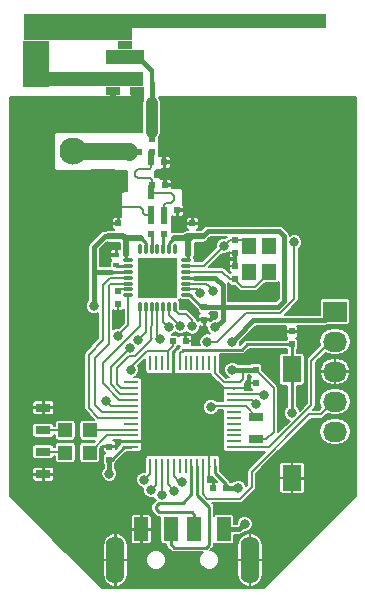
<source format=gtl>
G04 #@! TF.GenerationSoftware,KiCad,Pcbnew,(2017-05-16 revision e79f97860)-master*
G04 #@! TF.CreationDate,2017-05-17T23:36:55+07:00*
G04 #@! TF.ProjectId,dongle,646F6E676C652E6B696361645F706362,rev?*
G04 #@! TF.FileFunction,Copper,L1,Top,Signal*
G04 #@! TF.FilePolarity,Positive*
%FSLAX46Y46*%
G04 Gerber Fmt 4.6, Leading zero omitted, Abs format (unit mm)*
G04 Created by KiCad (PCBNEW (2017-05-16 revision e79f97860)-master) date Wed May 17 23:36:55 2017*
%MOMM*%
%LPD*%
G01*
G04 APERTURE LIST*
%ADD10C,0.100000*%
%ADD11R,1.200000X2.000000*%
%ADD12O,1.600000X4.000000*%
%ADD13R,0.250000X1.300000*%
%ADD14R,1.300000X0.250000*%
%ADD15R,1.300000X0.700000*%
%ADD16R,0.600000X0.500000*%
%ADD17R,0.500000X0.600000*%
%ADD18R,1.198880X1.198880*%
%ADD19R,2.032000X1.727200*%
%ADD20O,2.032000X1.727200*%
%ADD21R,2.000000X2.000000*%
%ADD22C,2.300000*%
%ADD23R,0.600000X0.400000*%
%ADD24O,0.300000X0.850000*%
%ADD25O,0.850000X0.300000*%
%ADD26R,1.675000X1.675000*%
%ADD27R,1.200000X1.400000*%
%ADD28R,0.500000X0.500000*%
%ADD29R,16.400000X1.210000*%
%ADD30R,9.180000X2.210000*%
%ADD31R,1.200000X0.800000*%
%ADD32R,3.200000X1.210000*%
%ADD33R,2.180000X3.960000*%
%ADD34R,8.000000X1.290000*%
%ADD35R,1.200000X0.740000*%
%ADD36R,0.460000X2.230000*%
%ADD37C,0.460000*%
%ADD38R,1.600000X2.180000*%
%ADD39C,0.800000*%
%ADD40C,0.254000*%
%ADD41C,0.304800*%
%ADD42C,0.203200*%
%ADD43C,0.381000*%
%ADD44C,0.508000*%
%ADD45C,0.457200*%
%ADD46C,1.016000*%
%ADD47C,0.250000*%
%ADD48C,1.397000*%
%ADD49C,0.152400*%
G04 APERTURE END LIST*
D10*
D11*
X101500000Y-111700000D03*
X94500000Y-111700000D03*
X99000000Y-111700000D03*
X97000000Y-111700000D03*
D12*
X103700000Y-114300000D03*
X92300000Y-114300000D03*
D13*
X100750000Y-97650000D03*
X100250000Y-97650000D03*
X99750000Y-97650000D03*
X99250000Y-97650000D03*
X98750000Y-97650000D03*
X98250000Y-97650000D03*
X97750000Y-97650000D03*
X97250000Y-97650000D03*
X96750000Y-97650000D03*
X96250000Y-97650000D03*
X95750000Y-97650000D03*
X95250000Y-97650000D03*
D14*
X93650000Y-99250000D03*
X93650000Y-99750000D03*
X93650000Y-100250000D03*
X93650000Y-100750000D03*
X93650000Y-101250000D03*
X93650000Y-101750000D03*
X93650000Y-102250000D03*
X93650000Y-102750000D03*
X93650000Y-103250000D03*
X93650000Y-103750000D03*
X93650000Y-104250000D03*
X93650000Y-104750000D03*
D13*
X95250000Y-106350000D03*
X95750000Y-106350000D03*
X96250000Y-106350000D03*
X96750000Y-106350000D03*
X97250000Y-106350000D03*
X97750000Y-106350000D03*
X98250000Y-106350000D03*
X98750000Y-106350000D03*
X99250000Y-106350000D03*
X99750000Y-106350000D03*
X100250000Y-106350000D03*
X100750000Y-106350000D03*
D14*
X102350000Y-104750000D03*
X102350000Y-104250000D03*
X102350000Y-103750000D03*
X102350000Y-103250000D03*
X102350000Y-102750000D03*
X102350000Y-102250000D03*
X102350000Y-101750000D03*
X102350000Y-101250000D03*
X102350000Y-100750000D03*
X102350000Y-100250000D03*
X102350000Y-99750000D03*
X102350000Y-99250000D03*
D15*
X104250000Y-104050000D03*
X104250000Y-102150000D03*
D16*
X97150000Y-95750000D03*
X98250000Y-95750000D03*
D17*
X91800000Y-105800000D03*
X91800000Y-104700000D03*
X104200000Y-98200000D03*
X104200000Y-99300000D03*
D16*
X101700000Y-108200000D03*
X100600000Y-108200000D03*
D17*
X107250000Y-96050000D03*
X107250000Y-94950000D03*
X99850000Y-92850000D03*
X99850000Y-93950000D03*
X98837184Y-86895420D03*
X98837184Y-85795420D03*
X92564654Y-86895367D03*
X92564654Y-85795367D03*
D16*
X96460000Y-84700000D03*
X97560000Y-84700000D03*
D17*
X96400000Y-85590000D03*
X96400000Y-86690000D03*
D16*
X95391547Y-82536600D03*
X96491547Y-82536600D03*
X95365967Y-80631600D03*
X96465967Y-80631600D03*
D17*
X95330000Y-85590000D03*
X95330000Y-86690000D03*
X95330000Y-83460000D03*
X95330000Y-84560000D03*
X102437060Y-87193747D03*
X102437060Y-88293747D03*
X102437060Y-90503727D03*
X102437060Y-89403727D03*
X92531060Y-91511927D03*
X92531060Y-92611927D03*
D18*
X90149020Y-103300000D03*
X88050980Y-103300000D03*
X90149020Y-105200000D03*
X88050980Y-105200000D03*
D19*
X110900000Y-93270000D03*
D20*
X110900000Y-95810000D03*
X110900000Y-98350000D03*
X110900000Y-100890000D03*
X110900000Y-103430000D03*
D21*
X91240000Y-77170000D03*
X86160000Y-77170000D03*
X86160000Y-82250000D03*
X91240000Y-82250000D03*
D22*
X88700000Y-79710000D03*
D15*
X86200000Y-103300000D03*
X86200000Y-101400000D03*
X86200000Y-105150000D03*
X86200000Y-107050000D03*
D23*
X92400000Y-89350000D03*
X92400000Y-88450000D03*
D24*
X94370000Y-92840000D03*
X94870000Y-92840000D03*
X95370000Y-92840000D03*
X95870000Y-92840000D03*
X96370000Y-92840000D03*
X96870000Y-92840000D03*
X97370000Y-92840000D03*
D25*
X98320000Y-91890000D03*
X98320000Y-91390000D03*
X98320000Y-90890000D03*
X98320000Y-90390000D03*
X98320000Y-89890000D03*
X98320000Y-89390000D03*
X98320000Y-88890000D03*
D24*
X97370000Y-87940000D03*
X96870000Y-87940000D03*
X96370000Y-87940000D03*
X95870000Y-87940000D03*
X95370000Y-87940000D03*
X94870000Y-87940000D03*
X94370000Y-87940000D03*
D25*
X93420000Y-88890000D03*
X93420000Y-89390000D03*
X93420000Y-89890000D03*
X93420000Y-90390000D03*
X93420000Y-90890000D03*
X93420000Y-91390000D03*
X93420000Y-91890000D03*
D26*
X96707500Y-89552500D03*
X95032500Y-89552500D03*
X96707500Y-91227500D03*
X95032500Y-91227500D03*
D27*
X103600000Y-87700000D03*
X105300000Y-89900000D03*
X103600000Y-89900000D03*
X105300000Y-87700000D03*
D16*
X94310000Y-79730000D03*
D28*
X95370000Y-79730000D03*
D17*
X95370000Y-79730000D03*
X95370000Y-78630000D03*
D29*
X101900000Y-68685000D03*
D30*
X89110000Y-69185000D03*
D31*
X93100000Y-70690000D03*
D32*
X93100000Y-71695000D03*
D33*
X85610000Y-72270000D03*
D34*
X90700000Y-73605000D03*
D35*
X94100000Y-74620000D03*
X92100000Y-74620000D03*
D36*
X95380000Y-73875000D03*
D37*
X94740000Y-72215000D03*
D10*
G36*
X95284472Y-73084741D02*
X93870259Y-71670528D01*
X94195528Y-71345259D01*
X95609741Y-72759472D01*
X95284472Y-73084741D01*
X95284472Y-73084741D01*
G37*
D38*
X107250000Y-98160000D03*
X107250000Y-107340000D03*
D39*
X106000000Y-114000000D03*
X107000000Y-110000000D03*
X111000000Y-106000000D03*
X109000000Y-108000000D03*
X108500000Y-95000000D03*
X92000000Y-111000018D03*
X95900000Y-90400000D03*
X84899997Y-101200003D03*
X87600000Y-101200000D03*
X88000000Y-77000000D03*
X85000000Y-80000000D03*
X98000000Y-102000000D03*
X108000000Y-93000000D03*
X111000000Y-88000000D03*
X109000000Y-90000000D03*
X109000000Y-86000000D03*
X111000000Y-84000000D03*
X107000000Y-84000000D03*
X103000000Y-84000000D03*
X109000000Y-82000000D03*
X105000000Y-82000000D03*
X101000000Y-82000000D03*
X111000000Y-80000000D03*
X107000000Y-80000000D03*
X103000000Y-80000000D03*
X111000000Y-76000000D03*
X107000000Y-76000000D03*
X103000000Y-76000000D03*
X109000000Y-78000000D03*
X105000000Y-78000000D03*
X101000000Y-78000000D03*
X97000000Y-78000000D03*
X99000000Y-76000000D03*
X99000000Y-80000000D03*
X99000000Y-84000000D03*
X85000000Y-97000000D03*
X87000000Y-96000000D03*
X85000000Y-94000000D03*
X88000000Y-84000000D03*
X85000000Y-86000000D03*
X87000000Y-92000000D03*
X85000000Y-90000000D03*
X87000000Y-88000000D03*
X89000000Y-90000000D03*
X90000000Y-86000000D03*
X92000000Y-84000000D03*
X100856000Y-99842000D03*
X97300000Y-99650000D03*
X94850000Y-104250000D03*
X100250000Y-105100000D03*
X102200000Y-92000000D03*
X105300002Y-91700000D03*
X98197950Y-92702050D03*
X92500000Y-93600000D03*
X105725000Y-98425000D03*
X96707500Y-91227500D03*
X96707500Y-89552500D03*
X95032500Y-89552500D03*
X95032500Y-91227500D03*
X91450000Y-88400000D03*
X100150000Y-87950000D03*
X101600000Y-88850000D03*
X103250000Y-111250000D03*
X102200000Y-95800000D03*
X102200000Y-98200000D03*
X102700002Y-108200000D03*
X91800000Y-107000000D03*
X93650000Y-98200000D03*
X107253886Y-101853886D03*
X100750000Y-94600000D03*
X100750000Y-94600000D03*
X90500000Y-92800000D03*
X101477607Y-87700000D03*
X100400000Y-101350000D03*
X107460000Y-87396000D03*
X100100000Y-95800000D03*
X97987347Y-107687347D03*
X94234080Y-95646517D03*
X91540510Y-100850000D03*
X104200000Y-101050000D03*
X100600000Y-91500000D03*
X104920000Y-100350008D03*
X99500000Y-91700000D03*
X98807842Y-94526444D03*
X97281184Y-108422254D03*
X97808000Y-94508000D03*
X96250000Y-108800000D03*
X95341139Y-108382897D03*
X96812568Y-94603590D03*
X94750000Y-107500000D03*
X96065784Y-95558523D03*
X92500000Y-95299998D03*
X93522380Y-96358217D03*
D40*
X107000000Y-110000000D02*
X107000000Y-113000000D01*
X107000000Y-113000000D02*
X106000000Y-114000000D01*
X109000000Y-108000000D02*
X107000000Y-110000000D01*
X109000000Y-108000000D02*
X111000000Y-106000000D01*
X107250000Y-107340000D02*
X108340000Y-107340000D01*
X108340000Y-107340000D02*
X109000000Y-108000000D01*
X107250000Y-94950000D02*
X108450000Y-94950000D01*
X108450000Y-94950000D02*
X108500000Y-95000000D01*
X92699982Y-111700000D02*
X92399999Y-111400017D01*
X94500000Y-111700000D02*
X92699982Y-111700000D01*
X91434315Y-111000018D02*
X92000000Y-111000018D01*
X91000018Y-111000018D02*
X91434315Y-111000018D01*
X88000000Y-108000000D02*
X91000018Y-111000018D01*
X92399999Y-111400017D02*
X92000000Y-111000018D01*
D41*
X95032500Y-89552500D02*
X95052500Y-89552500D01*
X95052500Y-89552500D02*
X95900000Y-90400000D01*
X96707500Y-89552500D02*
X96707500Y-89592500D01*
X96707500Y-89592500D02*
X95900000Y-90400000D01*
X95900000Y-90400000D02*
X95900000Y-90420000D01*
X95900000Y-90420000D02*
X96707500Y-91227500D01*
X95032500Y-91227500D02*
X95072500Y-91227500D01*
X95072500Y-91227500D02*
X95900000Y-90400000D01*
X92100000Y-74620000D02*
X92100000Y-76310000D01*
X92100000Y-76310000D02*
X91240000Y-77170000D01*
X94100000Y-76700000D02*
X93630000Y-77170000D01*
X93630000Y-77170000D02*
X91240000Y-77170000D01*
X94100000Y-74620000D02*
X94100000Y-76700000D01*
D42*
X84949998Y-105000000D02*
X84949998Y-101250004D01*
X84949998Y-101250004D02*
X84899997Y-101200003D01*
X86550000Y-107000000D02*
X87000000Y-107000000D01*
X87000000Y-107000000D02*
X88000000Y-108000000D01*
X86200000Y-107050000D02*
X86500000Y-107050000D01*
X86500000Y-107050000D02*
X86550000Y-107000000D01*
X86200000Y-101400000D02*
X87400000Y-101400000D01*
X87400000Y-101400000D02*
X87600000Y-101200000D01*
X86160000Y-77170000D02*
X87830000Y-77170000D01*
X87830000Y-77170000D02*
X88000000Y-77000000D01*
X86160000Y-82250000D02*
X86160000Y-81046800D01*
X86160000Y-81046800D02*
X85113200Y-80000000D01*
X85113200Y-80000000D02*
X85000000Y-80000000D01*
X97300000Y-99650000D02*
X97300000Y-101300000D01*
X97300000Y-101300000D02*
X98000000Y-102000000D01*
X109000000Y-90000000D02*
X109000000Y-92000000D01*
X109000000Y-92000000D02*
X108000000Y-93000000D01*
X109000000Y-88000000D02*
X109000000Y-90000000D01*
X109000000Y-86000000D02*
X109000000Y-88000000D01*
X109000000Y-88000000D02*
X111000000Y-88000000D01*
X109000000Y-84000000D02*
X111000000Y-84000000D01*
X107000000Y-84000000D02*
X109000000Y-84000000D01*
X109000000Y-84000000D02*
X109000000Y-86000000D01*
X103000000Y-84000000D02*
X107000000Y-84000000D01*
X99000000Y-84000000D02*
X103000000Y-84000000D01*
X105000000Y-82000000D02*
X109000000Y-82000000D01*
X101000000Y-82000000D02*
X105000000Y-82000000D01*
X99000000Y-82000000D02*
X99000000Y-80000000D01*
X99000000Y-84000000D02*
X99000000Y-82000000D01*
X99000000Y-82000000D02*
X101000000Y-82000000D01*
X107000000Y-80000000D02*
X111000000Y-80000000D01*
X103000000Y-80000000D02*
X107000000Y-80000000D01*
X99000000Y-80000000D02*
X103000000Y-80000000D01*
X107000000Y-76000000D02*
X111000000Y-76000000D01*
X103000000Y-76000000D02*
X107000000Y-76000000D01*
X99000000Y-76000000D02*
X103000000Y-76000000D01*
X105000000Y-78000000D02*
X109000000Y-78000000D01*
X101000000Y-78000000D02*
X105000000Y-78000000D01*
X99000000Y-78000000D02*
X101000000Y-78000000D01*
X99000000Y-78000000D02*
X99000000Y-76000000D01*
X99000000Y-80000000D02*
X99000000Y-78000000D01*
X99000000Y-78000000D02*
X97000000Y-78000000D01*
X98480000Y-84040000D02*
X98960000Y-84040000D01*
X98960000Y-84040000D02*
X99000000Y-84000000D01*
X85000000Y-94000000D02*
X85000000Y-97000000D01*
X87000000Y-92000000D02*
X87000000Y-96000000D01*
X85000000Y-90000000D02*
X85000000Y-94000000D01*
X88000000Y-86000000D02*
X85000000Y-86000000D01*
X90000000Y-86000000D02*
X88000000Y-86000000D01*
X88000000Y-86000000D02*
X88000000Y-84000000D01*
X87000000Y-90000000D02*
X85000000Y-90000000D01*
X89000000Y-90000000D02*
X87000000Y-90000000D01*
X87000000Y-90000000D02*
X87000000Y-92000000D01*
X89000000Y-88000000D02*
X89000000Y-90000000D01*
X89000000Y-87000000D02*
X89000000Y-88000000D01*
X89000000Y-88000000D02*
X87000000Y-88000000D01*
X90000000Y-86000000D02*
X89000000Y-87000000D01*
X91240000Y-82250000D02*
X91240000Y-84760000D01*
X91240000Y-84760000D02*
X90000000Y-86000000D01*
X91240000Y-82250000D02*
X91240000Y-83453200D01*
X91240000Y-83453200D02*
X91786800Y-84000000D01*
X91786800Y-84000000D02*
X92000000Y-84000000D01*
X95330000Y-85100000D02*
X94800000Y-85100000D01*
X94800000Y-85100000D02*
X94620000Y-84920000D01*
X94620000Y-84920000D02*
X94620000Y-84650000D01*
X94620000Y-84650000D02*
X94410000Y-84440000D01*
X94410000Y-84440000D02*
X92440000Y-84440000D01*
X92440000Y-84440000D02*
X92000000Y-84000000D01*
X100948000Y-99750000D02*
X100856000Y-99842000D01*
X102350000Y-99750000D02*
X100948000Y-99750000D01*
X97250000Y-97650000D02*
X97250000Y-99600000D01*
X97250000Y-99600000D02*
X97300000Y-99650000D01*
X93650000Y-104250000D02*
X94850000Y-104250000D01*
X100250000Y-106350000D02*
X100250000Y-105100000D01*
D43*
X91240000Y-77170000D02*
X92621000Y-77170000D01*
X92621000Y-77170000D02*
X94100000Y-75691000D01*
X94100000Y-75691000D02*
X94100000Y-74640501D01*
X91240000Y-77170000D02*
X91240000Y-75789000D01*
X91240000Y-75789000D02*
X92100000Y-74929000D01*
X92100000Y-74929000D02*
X92100000Y-74640501D01*
X105300002Y-91700000D02*
X102500000Y-91700000D01*
X102500000Y-91700000D02*
X102200000Y-92000000D01*
D42*
X99850000Y-93950000D02*
X99396800Y-93950000D01*
X98197950Y-92751150D02*
X98197950Y-92702050D01*
X99396800Y-93950000D02*
X98197950Y-92751150D01*
X92531060Y-92611927D02*
X92531060Y-93568940D01*
X92531060Y-93568940D02*
X92500000Y-93600000D01*
X95032500Y-89552500D02*
X96707500Y-89552500D01*
D40*
X91500000Y-88450000D02*
X91450000Y-88400000D01*
X92400000Y-88450000D02*
X91500000Y-88450000D01*
X92400000Y-88450000D02*
X92400000Y-88200000D01*
D41*
X102437060Y-88850000D02*
X102437060Y-89403727D01*
X102437060Y-88293747D02*
X102437060Y-88850000D01*
X102437060Y-88850000D02*
X101600000Y-88850000D01*
D42*
X96465967Y-80631600D02*
X96465967Y-81956220D01*
X96465967Y-81956220D02*
X96491547Y-81981800D01*
D41*
X98480000Y-82800000D02*
X98480000Y-84040000D01*
X98480000Y-84040000D02*
X98480000Y-84490000D01*
D42*
X98140000Y-85500000D02*
X98480000Y-85160000D01*
X97560000Y-84700000D02*
X97560000Y-85490000D01*
X97560000Y-85490000D02*
X97570000Y-85500000D01*
X97570000Y-85500000D02*
X98140000Y-85500000D01*
X98480000Y-85160000D02*
X98480000Y-84040000D01*
X98480000Y-84700000D02*
X98480000Y-84490000D01*
D41*
X97560000Y-84700000D02*
X98164800Y-84700000D01*
X98164800Y-84700000D02*
X98480000Y-84700000D01*
X97350000Y-81670000D02*
X97850000Y-82170000D01*
X97850000Y-82170000D02*
X98210000Y-82530000D01*
X96465967Y-80631600D02*
X96465967Y-80076800D01*
X96465967Y-80076800D02*
X96852767Y-79690000D01*
X96852767Y-79690000D02*
X97690000Y-79690000D01*
X97690000Y-79690000D02*
X97920000Y-79920000D01*
X97920000Y-79920000D02*
X97920000Y-82100000D01*
X97920000Y-82100000D02*
X97850000Y-82170000D01*
X96465967Y-80631600D02*
X97308400Y-80631600D01*
X97350000Y-81670000D02*
X97350000Y-80590000D01*
X97308400Y-80631600D02*
X97350000Y-80590000D01*
X96491547Y-82536600D02*
X97096347Y-82536600D01*
X98210000Y-82530000D02*
X98480000Y-82800000D01*
X97096347Y-82536600D02*
X97102947Y-82530000D01*
X97102947Y-82530000D02*
X98210000Y-82530000D01*
X96491547Y-82536600D02*
X96491547Y-81981800D01*
X96491547Y-81981800D02*
X96803347Y-81670000D01*
X96803347Y-81670000D02*
X97350000Y-81670000D01*
D44*
X95330000Y-85100000D02*
X95330000Y-84560000D01*
X95330000Y-85590000D02*
X95330000Y-85100000D01*
D45*
X95380000Y-73875000D02*
X95380000Y-75584402D01*
X95380000Y-75584402D02*
X95370000Y-75594402D01*
D46*
X95370000Y-78100000D02*
X95370000Y-75594402D01*
D44*
X95370000Y-78580000D02*
X95370000Y-78100000D01*
D43*
X101500000Y-111700000D02*
X102800000Y-111700000D01*
X102800000Y-111700000D02*
X103250000Y-111250000D01*
X101500000Y-111700000D02*
X101500000Y-111300000D01*
X110900000Y-93270000D02*
X110747600Y-93270000D01*
X110747600Y-93270000D02*
X110017600Y-94000000D01*
X110017600Y-94000000D02*
X104000000Y-94000000D01*
X104000000Y-94000000D02*
X102599999Y-95400001D01*
X102599999Y-95400001D02*
X102200000Y-95800000D01*
D42*
X104250000Y-104050000D02*
X105103200Y-104050000D01*
X105103200Y-104050000D02*
X105700000Y-103453200D01*
X105700000Y-103453200D02*
X105700000Y-99750000D01*
X105700000Y-99750000D02*
X104200000Y-98250000D01*
X104200000Y-98250000D02*
X104200000Y-98200000D01*
X97150000Y-95750000D02*
X97150000Y-96203200D01*
X96750000Y-97650000D02*
X96750000Y-96603200D01*
X96750000Y-96603200D02*
X94978918Y-96603200D01*
X93744000Y-97838118D02*
X93744000Y-98106000D01*
X93744000Y-98106000D02*
X93650000Y-98200000D01*
X94978918Y-96603200D02*
X93744000Y-97838118D01*
D43*
X104200000Y-98200000D02*
X103142000Y-98200000D01*
X103142000Y-98200000D02*
X102200000Y-98200000D01*
D42*
X102350000Y-99250000D02*
X102875000Y-99250000D01*
X102875000Y-99250000D02*
X103142000Y-98983000D01*
X103142000Y-98983000D02*
X103142000Y-98200000D01*
D43*
X101700000Y-108200000D02*
X102700002Y-108200000D01*
X91800000Y-107000000D02*
X91800000Y-105800000D01*
D42*
X102350000Y-99250000D02*
X101496800Y-99250000D01*
X101496800Y-99250000D02*
X100750000Y-98503200D01*
X100750000Y-98503200D02*
X100750000Y-97650000D01*
X97150000Y-96203200D02*
X96750000Y-96603200D01*
X97000000Y-95900000D02*
X97150000Y-95750000D01*
D47*
X100750000Y-106350000D02*
X100750000Y-106950000D01*
X100750000Y-106950000D02*
X101700000Y-107900000D01*
X101700000Y-107900000D02*
X101700000Y-108200000D01*
X93650000Y-104750000D02*
X93050000Y-104750000D01*
X93050000Y-104750000D02*
X92000000Y-105800000D01*
X92000000Y-105800000D02*
X91800000Y-105800000D01*
D40*
X107250000Y-98160000D02*
X107250000Y-96050000D01*
X103020599Y-96479401D02*
X103450000Y-96050000D01*
X103450000Y-96050000D02*
X107250000Y-96050000D01*
X97945199Y-96601601D02*
X98067399Y-96479401D01*
X98067399Y-96479401D02*
X103020599Y-96479401D01*
X107250000Y-98160000D02*
X107250000Y-101850000D01*
X107250000Y-101850000D02*
X107253886Y-101853886D01*
D42*
X97750000Y-97650000D02*
X97750000Y-96796800D01*
X97750000Y-96796800D02*
X97945199Y-96601601D01*
X106850000Y-97250000D02*
X107200000Y-97250000D01*
X107200000Y-99096800D02*
X107200000Y-97250000D01*
X107350000Y-101757772D02*
X107253886Y-101853886D01*
D43*
X101400000Y-92850000D02*
X106100000Y-92850000D01*
X106100000Y-92850000D02*
X106600000Y-92350000D01*
X106600000Y-92350000D02*
X106600000Y-86850000D01*
X106600000Y-86850000D02*
X106200000Y-86450000D01*
X106200000Y-86450000D02*
X100150000Y-86450000D01*
X100150000Y-86450000D02*
X99700000Y-86900000D01*
X101400000Y-92850000D02*
X101399999Y-91030055D01*
X101399999Y-91030055D02*
X100759944Y-90390000D01*
X100759944Y-90390000D02*
X99040000Y-90390000D01*
X101400000Y-92850000D02*
X101400000Y-93950000D01*
X100800000Y-92850000D02*
X101400000Y-92850000D01*
X100750000Y-94600000D02*
X101400000Y-93950000D01*
X99850000Y-92850000D02*
X100800000Y-92850000D01*
D40*
X99850000Y-92850000D02*
X100495992Y-92850000D01*
X100495992Y-92850000D02*
X100522996Y-92877004D01*
X98320000Y-91890000D02*
X98595000Y-91890000D01*
X98595000Y-91890000D02*
X99555000Y-92850000D01*
X99555000Y-92850000D02*
X99850000Y-92850000D01*
D43*
X100800000Y-92850000D02*
X100550000Y-92850000D01*
X90498400Y-92801600D02*
X90500000Y-92800000D01*
X90500000Y-89951600D02*
X90500000Y-92234315D01*
X90498400Y-89950000D02*
X90500000Y-89951600D01*
X90500000Y-92234315D02*
X90500000Y-92800000D01*
X91900000Y-89897890D02*
X90550510Y-89897890D01*
X90550510Y-89897890D02*
X90498400Y-89950000D01*
X90498400Y-89950000D02*
X90498400Y-87801600D01*
D40*
X92880000Y-89900000D02*
X91900000Y-89897890D01*
X91900000Y-89897890D02*
X91900000Y-89900000D01*
X93420000Y-89890000D02*
X92890000Y-89890000D01*
X92890000Y-89890000D02*
X92880000Y-89900000D01*
D43*
X90498400Y-87801600D02*
X91404633Y-86895367D01*
X91404633Y-86895367D02*
X91704633Y-86895367D01*
D44*
X92564654Y-86895367D02*
X91704633Y-86895367D01*
D43*
X92519287Y-86850000D02*
X92564654Y-86895367D01*
D44*
X98837184Y-86895420D02*
X99695420Y-86895420D01*
X99695420Y-86895420D02*
X99700000Y-86900000D01*
D40*
X98320000Y-91890000D02*
X98414035Y-91890000D01*
X100522996Y-92877004D02*
X100550000Y-92850000D01*
X98890000Y-90390000D02*
X99040000Y-90390000D01*
X98320000Y-90390000D02*
X98890000Y-90390000D01*
X93420000Y-88890000D02*
X93200000Y-88670000D01*
X93200000Y-88670000D02*
X93200000Y-88500000D01*
X98320000Y-88890000D02*
X98500000Y-88710000D01*
X98500000Y-88710000D02*
X98500000Y-88500000D01*
D44*
X98500000Y-87232604D02*
X98500000Y-88500000D01*
X98837184Y-86895420D02*
X98500000Y-87232604D01*
X93200000Y-87100000D02*
X93200000Y-88500000D01*
X92995367Y-86895367D02*
X93200000Y-87100000D01*
X98837184Y-86895420D02*
X98404580Y-86895420D01*
X98404580Y-86895420D02*
X98239010Y-87060990D01*
X98239010Y-87060990D02*
X97260406Y-87060990D01*
D40*
X96870000Y-87490406D02*
X97260406Y-87060990D01*
X97260406Y-87060990D02*
X97260406Y-87100000D01*
X96870000Y-87940000D02*
X96870000Y-87490406D01*
X94870000Y-87490406D02*
X94500000Y-87060990D01*
X94500000Y-87060990D02*
X94500000Y-87120406D01*
D44*
X92995367Y-86895367D02*
X93160990Y-87060990D01*
X93160990Y-87060990D02*
X94119811Y-87060990D01*
X94119811Y-87060990D02*
X94500000Y-87060990D01*
X92564654Y-86895367D02*
X92995367Y-86895367D01*
D40*
X94870000Y-87940000D02*
X94870000Y-87490406D01*
D44*
X98837184Y-86895420D02*
X98834580Y-86895420D01*
X95365967Y-80631600D02*
X95365967Y-79734033D01*
X95365967Y-79734033D02*
X95370000Y-79730000D01*
D42*
X95391547Y-82536600D02*
X95391547Y-82141547D01*
X95200000Y-81220000D02*
X95365967Y-81054033D01*
X95391547Y-82141547D02*
X95230000Y-81980000D01*
X94190000Y-81980000D02*
X93960000Y-81750000D01*
X95230000Y-81980000D02*
X94190000Y-81980000D01*
X93960000Y-81750000D02*
X93960000Y-81470000D01*
X93960000Y-81470000D02*
X94210000Y-81220000D01*
X94210000Y-81220000D02*
X95200000Y-81220000D01*
X95365967Y-81054033D02*
X95365967Y-80631600D01*
D44*
X95330000Y-83460000D02*
X95330000Y-83110000D01*
X95330000Y-83110000D02*
X95330000Y-82598147D01*
D42*
X96460000Y-84700000D02*
X96460000Y-84230000D01*
X97030000Y-84060000D02*
X97310000Y-83780000D01*
X96460000Y-84230000D02*
X96630000Y-84060000D01*
X97310000Y-83480000D02*
X97030000Y-83200000D01*
X96630000Y-84060000D02*
X97030000Y-84060000D01*
X97310000Y-83780000D02*
X97310000Y-83480000D01*
X97030000Y-83200000D02*
X95420000Y-83200000D01*
X95420000Y-83200000D02*
X95330000Y-83110000D01*
D44*
X95330000Y-82598147D02*
X95391547Y-82536600D01*
X96400000Y-85590000D02*
X96400000Y-84760000D01*
X96400000Y-84760000D02*
X96460000Y-84700000D01*
D40*
X96370000Y-87940000D02*
X96370000Y-86720000D01*
X96370000Y-86720000D02*
X96400000Y-86690000D01*
X95370000Y-87940000D02*
X95370000Y-86730000D01*
X95370000Y-86730000D02*
X95330000Y-86690000D01*
D42*
X101983860Y-87193747D02*
X101477607Y-87700000D01*
X101477607Y-87700000D02*
X99787607Y-89390000D01*
X102437060Y-87193747D02*
X101983860Y-87193747D01*
X99787607Y-89390000D02*
X98320000Y-89390000D01*
X102437060Y-87193747D02*
X103093747Y-87193747D01*
X103093747Y-87193747D02*
X103600000Y-87700000D01*
X102437060Y-90503727D02*
X101983860Y-90503727D01*
X101983860Y-90503727D02*
X101370133Y-89890000D01*
X101370133Y-89890000D02*
X98948200Y-89890000D01*
X98948200Y-89890000D02*
X98320000Y-89890000D01*
X103033333Y-91150000D02*
X104150000Y-91150000D01*
X104150000Y-91150000D02*
X105300000Y-90000000D01*
X105300000Y-90000000D02*
X105300000Y-89900000D01*
X102437060Y-90503727D02*
X102437060Y-90553727D01*
X102437060Y-90553727D02*
X103033333Y-91150000D01*
X93420000Y-91390000D02*
X92652987Y-91390000D01*
X92652987Y-91390000D02*
X92531060Y-91511927D01*
X93650000Y-103250000D02*
X90199020Y-103250000D01*
X90199020Y-103250000D02*
X90149020Y-103300000D01*
X88050980Y-103300000D02*
X86200000Y-103300000D01*
X90149020Y-105200000D02*
X91599020Y-103750000D01*
X91599020Y-103750000D02*
X93650000Y-103750000D01*
X86200000Y-105150000D02*
X88000980Y-105150000D01*
X88000980Y-105150000D02*
X88050980Y-105200000D01*
X102350000Y-101250000D02*
X100500000Y-101250000D01*
X100500000Y-101250000D02*
X100400000Y-101350000D01*
X102350000Y-101250000D02*
X103350000Y-101250000D01*
X103350000Y-101250000D02*
X104250000Y-102150000D01*
D48*
X93470000Y-79730000D02*
X93450000Y-79710000D01*
X93450000Y-79710000D02*
X88700000Y-79710000D01*
D42*
X94220000Y-79730000D02*
X93470000Y-79730000D01*
X100100000Y-95800000D02*
X100950000Y-95800000D01*
X100950000Y-95800000D02*
X103357889Y-93392111D01*
X103357889Y-93392111D02*
X106253839Y-93392111D01*
X106253839Y-93392111D02*
X107460000Y-92185950D01*
X107460000Y-92185950D02*
X107460000Y-87961685D01*
X107460000Y-87961685D02*
X107460000Y-87396000D01*
X97250000Y-106350000D02*
X97250000Y-107203200D01*
X97250000Y-107203200D02*
X97734147Y-107687347D01*
X97734147Y-107687347D02*
X97987347Y-107687347D01*
D40*
X100250000Y-113000000D02*
X100250000Y-109788829D01*
X100250000Y-109788829D02*
X99250000Y-108788829D01*
X99250000Y-108788829D02*
X99250000Y-107254000D01*
X99250000Y-107254000D02*
X99250000Y-106350000D01*
X100000000Y-113250000D02*
X100250000Y-113000000D01*
X97296000Y-113250000D02*
X100000000Y-113250000D01*
X97000000Y-111700000D02*
X97000000Y-112954000D01*
X97000000Y-112954000D02*
X97296000Y-113250000D01*
X98750000Y-106350000D02*
X98750000Y-108750000D01*
X98750000Y-108750000D02*
X98000000Y-109500000D01*
X98000000Y-109500000D02*
X96000000Y-109500000D01*
X96000000Y-110250000D02*
X98804000Y-110250000D01*
X96000000Y-109500000D02*
X95750000Y-109750000D01*
X95750000Y-110000000D02*
X96000000Y-110250000D01*
X95750000Y-109750000D02*
X95750000Y-110000000D01*
X98804000Y-110250000D02*
X99000000Y-110446000D01*
X99000000Y-110446000D02*
X99000000Y-111700000D01*
D42*
X108900000Y-97407600D02*
X108900000Y-101200000D01*
X110600000Y-95860000D02*
X110447600Y-95860000D01*
X110447600Y-95860000D02*
X108900000Y-97407600D01*
X108900000Y-101200000D02*
X105350000Y-104750000D01*
X105350000Y-104750000D02*
X105092882Y-104750000D01*
X105092882Y-104750000D02*
X102350000Y-104750000D01*
X110900000Y-100890000D02*
X110747600Y-100890000D01*
X103850000Y-108088372D02*
X102838372Y-109100000D01*
X110747600Y-100890000D02*
X109680800Y-101956800D01*
X109680800Y-101956800D02*
X108713425Y-101956800D01*
X108713425Y-101956800D02*
X103850000Y-106820225D01*
X103850000Y-106820225D02*
X103850000Y-108088372D01*
X99750000Y-107203200D02*
X99750000Y-106350000D01*
X102838372Y-109100000D02*
X100100000Y-109100000D01*
X100100000Y-109100000D02*
X99750000Y-108750000D01*
X99750000Y-108750000D02*
X99750000Y-107203200D01*
X110600000Y-101050000D02*
X110600000Y-100940000D01*
X110600000Y-100940000D02*
X110600000Y-101000000D01*
D40*
X93420000Y-89390000D02*
X92440000Y-89390000D01*
X92440000Y-89390000D02*
X92400000Y-89350000D01*
D42*
X93650000Y-100750000D02*
X92656350Y-100750000D01*
X91250000Y-97638370D02*
X94370000Y-94518370D01*
X92656350Y-100750000D02*
X91250000Y-99343650D01*
X94370000Y-93468200D02*
X94370000Y-92840000D01*
X94370000Y-94518370D02*
X94370000Y-93468200D01*
X91250000Y-99343650D02*
X91250000Y-97638370D01*
X94634079Y-95246518D02*
X94234080Y-95646517D01*
X94870000Y-92840000D02*
X94870000Y-95010597D01*
X94870000Y-95010597D02*
X94634079Y-95246518D01*
X93650000Y-101250000D02*
X91940509Y-101249999D01*
X91940509Y-101249999D02*
X91540510Y-100850000D01*
X92791800Y-90890000D02*
X93420000Y-90890000D01*
X91748398Y-96051602D02*
X91748398Y-93363230D01*
X90624999Y-97175001D02*
X91748398Y-96051602D01*
X90624999Y-101198001D02*
X90624999Y-97175001D01*
X91176998Y-101750000D02*
X90624999Y-101198001D01*
X93650000Y-101750000D02*
X91176998Y-101750000D01*
X91748398Y-93363230D02*
X91750000Y-93361628D01*
X91750000Y-93361628D02*
X91750000Y-91050000D01*
X91910000Y-90890000D02*
X92791800Y-90890000D01*
X91750000Y-91050000D02*
X91910000Y-90890000D01*
D47*
X93416926Y-90886926D02*
X93420000Y-90890000D01*
D42*
X90850000Y-102250000D02*
X92796800Y-102250000D01*
X93420000Y-90390000D02*
X91839775Y-90390000D01*
X91839775Y-90390000D02*
X91251601Y-90978174D01*
X90050000Y-101450000D02*
X90850000Y-102250000D01*
X91251601Y-90978174D02*
X91251601Y-95698399D01*
X91251601Y-95698399D02*
X90050000Y-96900000D01*
X92796800Y-102250000D02*
X93650000Y-102250000D01*
X90050000Y-96900000D02*
X90050000Y-101450000D01*
X103950000Y-100800000D02*
X104200000Y-101050000D01*
X103950000Y-100750000D02*
X103950000Y-100800000D01*
X102350000Y-100750000D02*
X103950000Y-100750000D01*
X100200001Y-91100001D02*
X100600000Y-91500000D01*
X99990000Y-90890000D02*
X100200001Y-91100001D01*
X98320000Y-90890000D02*
X99990000Y-90890000D01*
X104819992Y-100250000D02*
X104920000Y-100350008D01*
X102350000Y-100250000D02*
X104819992Y-100250000D01*
X99190000Y-91390000D02*
X99500000Y-91700000D01*
X98320000Y-91390000D02*
X99190000Y-91390000D01*
X98315283Y-93468200D02*
X98807842Y-93960759D01*
X97723200Y-93468200D02*
X98315283Y-93468200D01*
X98807842Y-93960759D02*
X98807842Y-94526444D01*
X97370000Y-92840000D02*
X97370000Y-93115000D01*
X97370000Y-93115000D02*
X97723200Y-93468200D01*
X96750000Y-106350000D02*
X96750000Y-107891070D01*
X96750000Y-107891070D02*
X97281184Y-108422254D01*
X97408001Y-94108001D02*
X97808000Y-94508000D01*
X96870000Y-93570000D02*
X97408001Y-94108001D01*
X96870000Y-92840000D02*
X96870000Y-93570000D01*
X96250000Y-106350000D02*
X96250000Y-108800000D01*
X95750000Y-106350000D02*
X95750000Y-107974036D01*
X95750000Y-107974036D02*
X95341139Y-108382897D01*
X96370000Y-94161022D02*
X96412569Y-94203591D01*
X96370000Y-92840000D02*
X96370000Y-94161022D01*
X96412569Y-94203591D02*
X96812568Y-94603590D01*
X95250000Y-106350000D02*
X95250000Y-107000000D01*
X95250000Y-107000000D02*
X94750000Y-107500000D01*
X95870000Y-92840000D02*
X95870000Y-95370000D01*
X95870000Y-95370000D02*
X96058523Y-95558523D01*
X96058523Y-95558523D02*
X96065784Y-95558523D01*
X92899999Y-94899999D02*
X92500000Y-95299998D01*
X93420000Y-94379998D02*
X92899999Y-94899999D01*
X93420000Y-91890000D02*
X93420000Y-94379998D01*
X91900000Y-97980597D02*
X93122381Y-96758216D01*
X92726575Y-100250000D02*
X91900000Y-99423425D01*
X93650000Y-100250000D02*
X92726575Y-100250000D01*
X91900000Y-99423425D02*
X91900000Y-97980597D01*
X93122381Y-96758216D02*
X93522380Y-96358217D01*
X95370000Y-95468370D02*
X95364183Y-95468370D01*
X92796800Y-99750000D02*
X92476600Y-99429800D01*
X92476600Y-99429800D02*
X92476600Y-98061400D01*
X95364183Y-95468370D02*
X95370000Y-93468200D01*
X93650000Y-99750000D02*
X92796800Y-99750000D01*
X92476600Y-98061400D02*
X93478182Y-97059818D01*
X93952076Y-97059818D02*
X95364183Y-95647711D01*
X93478182Y-97059818D02*
X93952076Y-97059818D01*
X95364183Y-95647711D02*
X95364183Y-95468370D01*
X95370000Y-93468200D02*
X95370000Y-92840000D01*
D49*
G36*
X94623800Y-75387275D02*
X94582600Y-75594402D01*
X94582600Y-78082337D01*
X94576190Y-78086620D01*
X94540094Y-78093800D01*
X87312400Y-78093800D01*
X87297534Y-78095264D01*
X87239213Y-78106865D01*
X87211745Y-78118243D01*
X87162303Y-78151279D01*
X87141279Y-78172303D01*
X87108243Y-78221745D01*
X87096865Y-78249213D01*
X87085264Y-78307534D01*
X87083800Y-78322400D01*
X87083800Y-81097600D01*
X87085264Y-81112466D01*
X87096865Y-81170787D01*
X87108243Y-81198255D01*
X87141279Y-81247697D01*
X87162303Y-81268721D01*
X87211745Y-81301757D01*
X87239213Y-81313135D01*
X87297534Y-81324736D01*
X87312400Y-81326200D01*
X93220094Y-81326200D01*
X93256190Y-81333380D01*
X93280426Y-81349574D01*
X93296620Y-81373810D01*
X93303800Y-81409906D01*
X93303800Y-83010094D01*
X93296620Y-83046190D01*
X93280426Y-83070426D01*
X93256190Y-83086620D01*
X93220094Y-83093800D01*
X93022400Y-83093800D01*
X93007534Y-83095264D01*
X92949213Y-83106865D01*
X92921745Y-83118243D01*
X92872303Y-83151279D01*
X92851279Y-83172303D01*
X92818243Y-83221745D01*
X92806865Y-83249213D01*
X92795264Y-83307534D01*
X92793800Y-83322400D01*
X92793800Y-85215967D01*
X92659904Y-85215967D01*
X92590054Y-85285817D01*
X92590054Y-85769967D01*
X92610054Y-85769967D01*
X92610054Y-85820767D01*
X92590054Y-85820767D01*
X92590054Y-85840767D01*
X92539254Y-85840767D01*
X92539254Y-85820767D01*
X92105104Y-85820767D01*
X92035254Y-85890617D01*
X92035254Y-86150943D01*
X92077790Y-86253634D01*
X92156387Y-86332231D01*
X92186742Y-86344805D01*
X92161056Y-86361967D01*
X91704633Y-86361967D01*
X91500510Y-86402570D01*
X91466242Y-86425467D01*
X91404633Y-86425467D01*
X91224810Y-86461236D01*
X91072364Y-86563098D01*
X90166131Y-87469331D01*
X90064269Y-87621777D01*
X90028500Y-87801600D01*
X90028500Y-89950000D01*
X90030100Y-89958044D01*
X90030100Y-92309102D01*
X89924369Y-92414648D01*
X89820718Y-92664266D01*
X89820483Y-92934548D01*
X89923697Y-93184346D01*
X90114648Y-93375631D01*
X90364266Y-93479282D01*
X90634548Y-93479517D01*
X90870601Y-93381982D01*
X90870601Y-95540584D01*
X89780592Y-96630592D01*
X89698002Y-96754197D01*
X89689528Y-96796800D01*
X89669000Y-96900000D01*
X89669000Y-101450000D01*
X89698002Y-101595803D01*
X89780592Y-101719408D01*
X90476871Y-102415687D01*
X89549580Y-102415687D01*
X89440564Y-102437372D01*
X89348144Y-102499124D01*
X89286392Y-102591544D01*
X89264707Y-102700560D01*
X89264707Y-103899440D01*
X89286392Y-104008456D01*
X89348144Y-104100876D01*
X89440564Y-104162628D01*
X89549580Y-104184313D01*
X90625892Y-104184313D01*
X90494517Y-104315687D01*
X89549580Y-104315687D01*
X89440564Y-104337372D01*
X89348144Y-104399124D01*
X89286392Y-104491544D01*
X89264707Y-104600560D01*
X89264707Y-105799440D01*
X89286392Y-105908456D01*
X89348144Y-106000876D01*
X89440564Y-106062628D01*
X89549580Y-106084313D01*
X90748460Y-106084313D01*
X90857476Y-106062628D01*
X90949896Y-106000876D01*
X91011648Y-105908456D01*
X91033333Y-105799440D01*
X91033333Y-104854503D01*
X91276843Y-104610993D01*
X91340450Y-104674600D01*
X91774600Y-104674600D01*
X91774600Y-104654600D01*
X91825400Y-104654600D01*
X91825400Y-104674600D01*
X92259550Y-104674600D01*
X92329400Y-104604750D01*
X92329400Y-104344424D01*
X92286864Y-104241733D01*
X92208267Y-104163136D01*
X92130684Y-104131000D01*
X92720600Y-104131000D01*
X92720600Y-104154750D01*
X92790450Y-104224600D01*
X93624600Y-104224600D01*
X93624600Y-104204600D01*
X93675400Y-104204600D01*
X93675400Y-104224600D01*
X94509550Y-104224600D01*
X94579400Y-104154750D01*
X94579400Y-104069424D01*
X94551357Y-104001722D01*
X94563188Y-103984016D01*
X94584873Y-103875000D01*
X94584873Y-103625000D01*
X94563188Y-103515984D01*
X94552508Y-103500000D01*
X94563188Y-103484016D01*
X94584873Y-103375000D01*
X94584873Y-103125000D01*
X94563188Y-103015984D01*
X94552508Y-103000000D01*
X94563188Y-102984016D01*
X94584873Y-102875000D01*
X94584873Y-102625000D01*
X94563188Y-102515984D01*
X94552508Y-102500000D01*
X94563188Y-102484016D01*
X94584873Y-102375000D01*
X94584873Y-102125000D01*
X94563188Y-102015984D01*
X94552508Y-102000000D01*
X94563188Y-101984016D01*
X94584873Y-101875000D01*
X94584873Y-101625000D01*
X94563188Y-101515984D01*
X94552508Y-101500000D01*
X94563188Y-101484016D01*
X94584873Y-101375000D01*
X94584873Y-101125000D01*
X94563188Y-101015984D01*
X94552508Y-101000000D01*
X94563188Y-100984016D01*
X94584873Y-100875000D01*
X94584873Y-100625000D01*
X94563188Y-100515984D01*
X94552508Y-100500000D01*
X94563188Y-100484016D01*
X94584873Y-100375000D01*
X94584873Y-100125000D01*
X94563188Y-100015984D01*
X94552508Y-100000000D01*
X94563188Y-99984016D01*
X94584873Y-99875000D01*
X94584873Y-99625000D01*
X94563188Y-99515984D01*
X94552508Y-99500000D01*
X94563188Y-99484016D01*
X94584873Y-99375000D01*
X94584873Y-99125000D01*
X94563188Y-99015984D01*
X94501436Y-98923564D01*
X94409016Y-98861812D01*
X94300000Y-98840127D01*
X93879879Y-98840127D01*
X94034346Y-98776303D01*
X94225631Y-98585352D01*
X94329282Y-98335734D01*
X94329517Y-98065452D01*
X94249394Y-97871540D01*
X94840127Y-97280807D01*
X94840127Y-98300000D01*
X94861812Y-98409016D01*
X94923564Y-98501436D01*
X95015984Y-98563188D01*
X95125000Y-98584873D01*
X95375000Y-98584873D01*
X95484016Y-98563188D01*
X95500000Y-98552508D01*
X95515984Y-98563188D01*
X95625000Y-98584873D01*
X95875000Y-98584873D01*
X95984016Y-98563188D01*
X96000000Y-98552508D01*
X96015984Y-98563188D01*
X96125000Y-98584873D01*
X96375000Y-98584873D01*
X96484016Y-98563188D01*
X96500000Y-98552508D01*
X96515984Y-98563188D01*
X96625000Y-98584873D01*
X96875000Y-98584873D01*
X96984016Y-98563188D01*
X97001722Y-98551357D01*
X97069424Y-98579400D01*
X97154750Y-98579400D01*
X97224600Y-98509550D01*
X97224600Y-97675400D01*
X97204600Y-97675400D01*
X97204600Y-97624600D01*
X97224600Y-97624600D01*
X97224600Y-96790450D01*
X97163083Y-96728933D01*
X97419405Y-96472610D01*
X97419408Y-96472608D01*
X97501998Y-96349002D01*
X97517422Y-96271462D01*
X97559016Y-96263188D01*
X97651436Y-96201436D01*
X97700562Y-96127912D01*
X97713136Y-96158267D01*
X97763467Y-96208598D01*
X97657831Y-96314233D01*
X97585499Y-96422485D01*
X97480592Y-96527392D01*
X97398002Y-96650997D01*
X97384157Y-96720600D01*
X97345250Y-96720600D01*
X97275400Y-96790450D01*
X97275400Y-97624600D01*
X97295400Y-97624600D01*
X97295400Y-97675400D01*
X97275400Y-97675400D01*
X97275400Y-98509550D01*
X97345250Y-98579400D01*
X97430576Y-98579400D01*
X97498278Y-98551357D01*
X97515984Y-98563188D01*
X97625000Y-98584873D01*
X97875000Y-98584873D01*
X97984016Y-98563188D01*
X98000000Y-98552508D01*
X98015984Y-98563188D01*
X98125000Y-98584873D01*
X98375000Y-98584873D01*
X98484016Y-98563188D01*
X98500000Y-98552508D01*
X98515984Y-98563188D01*
X98625000Y-98584873D01*
X98875000Y-98584873D01*
X98984016Y-98563188D01*
X99000000Y-98552508D01*
X99015984Y-98563188D01*
X99125000Y-98584873D01*
X99375000Y-98584873D01*
X99484016Y-98563188D01*
X99500000Y-98552508D01*
X99515984Y-98563188D01*
X99625000Y-98584873D01*
X99875000Y-98584873D01*
X99984016Y-98563188D01*
X100000000Y-98552508D01*
X100015984Y-98563188D01*
X100125000Y-98584873D01*
X100375000Y-98584873D01*
X100384856Y-98582913D01*
X100398002Y-98649003D01*
X100480592Y-98772608D01*
X101227390Y-99519405D01*
X101227392Y-99519408D01*
X101350998Y-99601998D01*
X101420600Y-99615843D01*
X101420600Y-99654750D01*
X101490450Y-99724600D01*
X102324600Y-99724600D01*
X102324600Y-99704600D01*
X102375400Y-99704600D01*
X102375400Y-99724600D01*
X103209550Y-99724600D01*
X103279400Y-99654750D01*
X103279400Y-99569424D01*
X103251357Y-99501722D01*
X103263188Y-99484016D01*
X103283894Y-99379922D01*
X103411408Y-99252408D01*
X103493998Y-99128803D01*
X103523000Y-98983000D01*
X103523000Y-98669900D01*
X103727493Y-98669900D01*
X103748564Y-98701436D01*
X103822088Y-98750562D01*
X103791733Y-98763136D01*
X103713136Y-98841733D01*
X103670600Y-98944424D01*
X103670600Y-99204750D01*
X103740450Y-99274600D01*
X104174600Y-99274600D01*
X104174600Y-99254600D01*
X104225400Y-99254600D01*
X104225400Y-99274600D01*
X104245400Y-99274600D01*
X104245400Y-99325400D01*
X104225400Y-99325400D01*
X104225400Y-99345400D01*
X104174600Y-99345400D01*
X104174600Y-99325400D01*
X103740450Y-99325400D01*
X103670600Y-99395250D01*
X103670600Y-99655576D01*
X103713136Y-99758267D01*
X103791733Y-99836864D01*
X103869316Y-99869000D01*
X103279400Y-99869000D01*
X103279400Y-99845250D01*
X103209550Y-99775400D01*
X102375400Y-99775400D01*
X102375400Y-99795400D01*
X102324600Y-99795400D01*
X102324600Y-99775400D01*
X101490450Y-99775400D01*
X101420600Y-99845250D01*
X101420600Y-99930576D01*
X101448643Y-99998278D01*
X101436812Y-100015984D01*
X101415127Y-100125000D01*
X101415127Y-100375000D01*
X101436812Y-100484016D01*
X101447492Y-100500000D01*
X101436812Y-100515984D01*
X101415127Y-100625000D01*
X101415127Y-100869000D01*
X100879818Y-100869000D01*
X100785352Y-100774369D01*
X100535734Y-100670718D01*
X100265452Y-100670483D01*
X100015654Y-100773697D01*
X99824369Y-100964648D01*
X99720718Y-101214266D01*
X99720483Y-101484548D01*
X99823697Y-101734346D01*
X100014648Y-101925631D01*
X100264266Y-102029282D01*
X100534548Y-102029517D01*
X100784346Y-101926303D01*
X100975631Y-101735352D01*
X101018962Y-101631000D01*
X101415127Y-101631000D01*
X101415127Y-101875000D01*
X101436812Y-101984016D01*
X101447492Y-102000000D01*
X101436812Y-102015984D01*
X101415127Y-102125000D01*
X101415127Y-102375000D01*
X101436812Y-102484016D01*
X101447492Y-102500000D01*
X101436812Y-102515984D01*
X101415127Y-102625000D01*
X101415127Y-102875000D01*
X101436812Y-102984016D01*
X101447492Y-103000000D01*
X101436812Y-103015984D01*
X101415127Y-103125000D01*
X101415127Y-103375000D01*
X101436812Y-103484016D01*
X101447492Y-103500000D01*
X101436812Y-103515984D01*
X101415127Y-103625000D01*
X101415127Y-103875000D01*
X101436812Y-103984016D01*
X101447492Y-104000000D01*
X101436812Y-104015984D01*
X101415127Y-104125000D01*
X101415127Y-104375000D01*
X101436812Y-104484016D01*
X101447492Y-104500000D01*
X101436812Y-104515984D01*
X101415127Y-104625000D01*
X101415127Y-104875000D01*
X101436812Y-104984016D01*
X101498564Y-105076436D01*
X101590984Y-105138188D01*
X101700000Y-105159873D01*
X103000000Y-105159873D01*
X103109016Y-105138188D01*
X103119774Y-105131000D01*
X105000409Y-105131000D01*
X103580592Y-106550817D01*
X103498002Y-106674422D01*
X103498002Y-106674423D01*
X103469000Y-106820225D01*
X103469000Y-107930556D01*
X103366241Y-108033315D01*
X103276305Y-107815654D01*
X103085354Y-107624369D01*
X102835736Y-107520718D01*
X102565454Y-107520483D01*
X102315656Y-107623697D01*
X102209067Y-107730100D01*
X102173802Y-107730100D01*
X102109016Y-107686812D01*
X102023164Y-107669735D01*
X101985954Y-107614046D01*
X101159873Y-106787965D01*
X101159873Y-105700000D01*
X101138188Y-105590984D01*
X101076436Y-105498564D01*
X100984016Y-105436812D01*
X100875000Y-105415127D01*
X100625000Y-105415127D01*
X100515984Y-105436812D01*
X100498278Y-105448643D01*
X100430576Y-105420600D01*
X100345250Y-105420600D01*
X100275400Y-105490450D01*
X100275400Y-106324600D01*
X100295400Y-106324600D01*
X100295400Y-106375400D01*
X100275400Y-106375400D01*
X100275400Y-107209550D01*
X100345250Y-107279400D01*
X100430576Y-107279400D01*
X100484964Y-107256872D01*
X100898692Y-107670600D01*
X100695250Y-107670600D01*
X100625400Y-107740450D01*
X100625400Y-108174600D01*
X100645400Y-108174600D01*
X100645400Y-108225400D01*
X100625400Y-108225400D01*
X100625400Y-108245400D01*
X100574600Y-108245400D01*
X100574600Y-108225400D01*
X100554600Y-108225400D01*
X100554600Y-108174600D01*
X100574600Y-108174600D01*
X100574600Y-107740450D01*
X100504750Y-107670600D01*
X100244424Y-107670600D01*
X100141733Y-107713136D01*
X100131000Y-107723869D01*
X100131000Y-107279400D01*
X100154750Y-107279400D01*
X100224600Y-107209550D01*
X100224600Y-106375400D01*
X100204600Y-106375400D01*
X100204600Y-106324600D01*
X100224600Y-106324600D01*
X100224600Y-105490450D01*
X100154750Y-105420600D01*
X100069424Y-105420600D01*
X100001722Y-105448643D01*
X99984016Y-105436812D01*
X99875000Y-105415127D01*
X99625000Y-105415127D01*
X99515984Y-105436812D01*
X99500000Y-105447492D01*
X99484016Y-105436812D01*
X99375000Y-105415127D01*
X99125000Y-105415127D01*
X99015984Y-105436812D01*
X99000000Y-105447492D01*
X98984016Y-105436812D01*
X98875000Y-105415127D01*
X98625000Y-105415127D01*
X98515984Y-105436812D01*
X98500000Y-105447492D01*
X98484016Y-105436812D01*
X98375000Y-105415127D01*
X98125000Y-105415127D01*
X98015984Y-105436812D01*
X98000000Y-105447492D01*
X97984016Y-105436812D01*
X97875000Y-105415127D01*
X97625000Y-105415127D01*
X97515984Y-105436812D01*
X97500000Y-105447492D01*
X97484016Y-105436812D01*
X97375000Y-105415127D01*
X97125000Y-105415127D01*
X97015984Y-105436812D01*
X97000000Y-105447492D01*
X96984016Y-105436812D01*
X96875000Y-105415127D01*
X96625000Y-105415127D01*
X96515984Y-105436812D01*
X96500000Y-105447492D01*
X96484016Y-105436812D01*
X96375000Y-105415127D01*
X96125000Y-105415127D01*
X96015984Y-105436812D01*
X96000000Y-105447492D01*
X95984016Y-105436812D01*
X95875000Y-105415127D01*
X95625000Y-105415127D01*
X95515984Y-105436812D01*
X95500000Y-105447492D01*
X95484016Y-105436812D01*
X95375000Y-105415127D01*
X95125000Y-105415127D01*
X95015984Y-105436812D01*
X94923564Y-105498564D01*
X94861812Y-105590984D01*
X94840127Y-105700000D01*
X94840127Y-106820678D01*
X94615452Y-106820483D01*
X94365654Y-106923697D01*
X94174369Y-107114648D01*
X94070718Y-107364266D01*
X94070483Y-107634548D01*
X94173697Y-107884346D01*
X94364648Y-108075631D01*
X94614266Y-108179282D01*
X94690016Y-108179348D01*
X94661857Y-108247163D01*
X94661622Y-108517445D01*
X94764836Y-108767243D01*
X94955787Y-108958528D01*
X95205405Y-109062179D01*
X95475687Y-109062414D01*
X95601787Y-109010311D01*
X95673697Y-109184346D01*
X95707278Y-109217986D01*
X95462632Y-109462632D01*
X95374535Y-109594477D01*
X95343600Y-109750000D01*
X95343600Y-110000000D01*
X95374535Y-110155523D01*
X95401066Y-110195229D01*
X95462632Y-110287368D01*
X95712632Y-110537368D01*
X95844477Y-110625465D01*
X96000000Y-110656400D01*
X96123800Y-110656400D01*
X96115127Y-110700000D01*
X96115127Y-112700000D01*
X96136812Y-112809016D01*
X96198564Y-112901436D01*
X96290984Y-112963188D01*
X96400000Y-112984873D01*
X96599741Y-112984873D01*
X96624535Y-113109523D01*
X96655272Y-113155523D01*
X96712632Y-113241368D01*
X97008632Y-113537368D01*
X97140477Y-113625465D01*
X97296000Y-113656400D01*
X99720750Y-113656400D01*
X99547279Y-113829569D01*
X99420744Y-114134298D01*
X99420456Y-114464254D01*
X99546459Y-114769204D01*
X99779569Y-115002721D01*
X100084298Y-115129256D01*
X100414254Y-115129544D01*
X100719204Y-115003541D01*
X100952721Y-114770431D01*
X101079256Y-114465702D01*
X101079378Y-114325400D01*
X102620600Y-114325400D01*
X102620600Y-115525400D01*
X102712485Y-115936535D01*
X102954710Y-116281211D01*
X103310398Y-116506955D01*
X103506104Y-116561842D01*
X103674600Y-116509230D01*
X103674600Y-114325400D01*
X103725400Y-114325400D01*
X103725400Y-116509230D01*
X103893896Y-116561842D01*
X104089602Y-116506955D01*
X104445290Y-116281211D01*
X104687515Y-115936535D01*
X104779400Y-115525400D01*
X104779400Y-114325400D01*
X103725400Y-114325400D01*
X103674600Y-114325400D01*
X102620600Y-114325400D01*
X101079378Y-114325400D01*
X101079544Y-114135746D01*
X100953541Y-113830796D01*
X100720431Y-113597279D01*
X100415702Y-113470744D01*
X100354046Y-113470690D01*
X100537368Y-113287368D01*
X100625465Y-113155523D01*
X100637607Y-113094478D01*
X100641561Y-113074600D01*
X102620600Y-113074600D01*
X102620600Y-114274600D01*
X103674600Y-114274600D01*
X103674600Y-112090770D01*
X103725400Y-112090770D01*
X103725400Y-114274600D01*
X104779400Y-114274600D01*
X104779400Y-113074600D01*
X104687515Y-112663465D01*
X104445290Y-112318789D01*
X104089602Y-112093045D01*
X103893896Y-112038158D01*
X103725400Y-112090770D01*
X103674600Y-112090770D01*
X103506104Y-112038158D01*
X103310398Y-112093045D01*
X102954710Y-112318789D01*
X102712485Y-112663465D01*
X102620600Y-113074600D01*
X100641561Y-113074600D01*
X100656400Y-113000000D01*
X100656400Y-112838332D01*
X100698564Y-112901436D01*
X100790984Y-112963188D01*
X100900000Y-112984873D01*
X102100000Y-112984873D01*
X102209016Y-112963188D01*
X102301436Y-112901436D01*
X102363188Y-112809016D01*
X102384873Y-112700000D01*
X102384873Y-112169900D01*
X102800000Y-112169900D01*
X102979823Y-112134131D01*
X103132269Y-112032269D01*
X103235151Y-111929387D01*
X103384548Y-111929517D01*
X103634346Y-111826303D01*
X103825631Y-111635352D01*
X103929282Y-111385734D01*
X103929517Y-111115452D01*
X103826303Y-110865654D01*
X103635352Y-110674369D01*
X103385734Y-110570718D01*
X103115452Y-110570483D01*
X102865654Y-110673697D01*
X102674369Y-110864648D01*
X102570718Y-111114266D01*
X102570617Y-111230100D01*
X102384873Y-111230100D01*
X102384873Y-110700000D01*
X102363188Y-110590984D01*
X102301436Y-110498564D01*
X102209016Y-110436812D01*
X102100000Y-110415127D01*
X100900000Y-110415127D01*
X100790984Y-110436812D01*
X100698564Y-110498564D01*
X100656400Y-110561668D01*
X100656400Y-109788829D01*
X100641244Y-109712632D01*
X100625466Y-109633307D01*
X100537369Y-109501461D01*
X100516908Y-109481000D01*
X102838372Y-109481000D01*
X102984175Y-109451998D01*
X103107780Y-109369408D01*
X104119408Y-108357780D01*
X104201998Y-108234175D01*
X104231000Y-108088372D01*
X104231000Y-107435250D01*
X106170600Y-107435250D01*
X106170600Y-108485576D01*
X106213136Y-108588267D01*
X106291733Y-108666864D01*
X106394424Y-108709400D01*
X107154750Y-108709400D01*
X107224600Y-108639550D01*
X107224600Y-107365400D01*
X107275400Y-107365400D01*
X107275400Y-108639550D01*
X107345250Y-108709400D01*
X108105576Y-108709400D01*
X108208267Y-108666864D01*
X108286864Y-108588267D01*
X108329400Y-108485576D01*
X108329400Y-107435250D01*
X108259550Y-107365400D01*
X107275400Y-107365400D01*
X107224600Y-107365400D01*
X106240450Y-107365400D01*
X106170600Y-107435250D01*
X104231000Y-107435250D01*
X104231000Y-106978041D01*
X105014616Y-106194424D01*
X106170600Y-106194424D01*
X106170600Y-107244750D01*
X106240450Y-107314600D01*
X107224600Y-107314600D01*
X107224600Y-106040450D01*
X107275400Y-106040450D01*
X107275400Y-107314600D01*
X108259550Y-107314600D01*
X108329400Y-107244750D01*
X108329400Y-106194424D01*
X108286864Y-106091733D01*
X108208267Y-106013136D01*
X108105576Y-105970600D01*
X107345250Y-105970600D01*
X107275400Y-106040450D01*
X107224600Y-106040450D01*
X107154750Y-105970600D01*
X106394424Y-105970600D01*
X106291733Y-106013136D01*
X106213136Y-106091733D01*
X106170600Y-106194424D01*
X105014616Y-106194424D01*
X107779040Y-103430000D01*
X109579222Y-103430000D01*
X109666228Y-103867407D01*
X109913999Y-104238223D01*
X110284815Y-104485994D01*
X110722222Y-104573000D01*
X111077778Y-104573000D01*
X111515185Y-104485994D01*
X111886001Y-104238223D01*
X112133772Y-103867407D01*
X112220778Y-103430000D01*
X112133772Y-102992593D01*
X111886001Y-102621777D01*
X111515185Y-102374006D01*
X111077778Y-102287000D01*
X110722222Y-102287000D01*
X110284815Y-102374006D01*
X109913999Y-102621777D01*
X109666228Y-102992593D01*
X109579222Y-103430000D01*
X107779040Y-103430000D01*
X108871240Y-102337800D01*
X109680800Y-102337800D01*
X109826603Y-102308798D01*
X109950208Y-102226208D01*
X110252209Y-101924207D01*
X110284815Y-101945994D01*
X110722222Y-102033000D01*
X111077778Y-102033000D01*
X111515185Y-101945994D01*
X111886001Y-101698223D01*
X112133772Y-101327407D01*
X112220778Y-100890000D01*
X112133772Y-100452593D01*
X111886001Y-100081777D01*
X111515185Y-99834006D01*
X111077778Y-99747000D01*
X110722222Y-99747000D01*
X110284815Y-99834006D01*
X109913999Y-100081777D01*
X109666228Y-100452593D01*
X109579222Y-100890000D01*
X109666228Y-101327407D01*
X109708345Y-101390439D01*
X109522984Y-101575800D01*
X109063016Y-101575800D01*
X109169408Y-101469408D01*
X109251998Y-101345803D01*
X109281000Y-101200000D01*
X109281000Y-98553848D01*
X109622924Y-98553848D01*
X109681885Y-98763940D01*
X109921416Y-99140262D01*
X110286726Y-99396274D01*
X110722200Y-99493000D01*
X110874600Y-99493000D01*
X110874600Y-98375400D01*
X110925400Y-98375400D01*
X110925400Y-99493000D01*
X111077800Y-99493000D01*
X111513274Y-99396274D01*
X111878584Y-99140262D01*
X112118115Y-98763940D01*
X112177076Y-98553848D01*
X112125249Y-98375400D01*
X110925400Y-98375400D01*
X110874600Y-98375400D01*
X109674751Y-98375400D01*
X109622924Y-98553848D01*
X109281000Y-98553848D01*
X109281000Y-98146152D01*
X109622924Y-98146152D01*
X109674751Y-98324600D01*
X110874600Y-98324600D01*
X110874600Y-97207000D01*
X110925400Y-97207000D01*
X110925400Y-98324600D01*
X112125249Y-98324600D01*
X112177076Y-98146152D01*
X112118115Y-97936060D01*
X111878584Y-97559738D01*
X111513274Y-97303726D01*
X111077800Y-97207000D01*
X110925400Y-97207000D01*
X110874600Y-97207000D01*
X110722200Y-97207000D01*
X110286726Y-97303726D01*
X109921416Y-97559738D01*
X109681885Y-97936060D01*
X109622924Y-98146152D01*
X109281000Y-98146152D01*
X109281000Y-97565416D01*
X110102345Y-96744071D01*
X110284815Y-96865994D01*
X110722222Y-96953000D01*
X111077778Y-96953000D01*
X111515185Y-96865994D01*
X111886001Y-96618223D01*
X112133772Y-96247407D01*
X112220778Y-95810000D01*
X112133772Y-95372593D01*
X111886001Y-95001777D01*
X111515185Y-94754006D01*
X111077778Y-94667000D01*
X110722222Y-94667000D01*
X110284815Y-94754006D01*
X109913999Y-95001777D01*
X109666228Y-95372593D01*
X109579222Y-95810000D01*
X109642196Y-96126588D01*
X108630592Y-97138192D01*
X108548002Y-97261797D01*
X108539662Y-97303726D01*
X108519000Y-97407600D01*
X108519000Y-101042184D01*
X107906633Y-101654551D01*
X107830189Y-101469540D01*
X107656400Y-101295447D01*
X107656400Y-99534873D01*
X108050000Y-99534873D01*
X108159016Y-99513188D01*
X108251436Y-99451436D01*
X108313188Y-99359016D01*
X108334873Y-99250000D01*
X108334873Y-97070000D01*
X108313188Y-96960984D01*
X108251436Y-96868564D01*
X108159016Y-96806812D01*
X108050000Y-96785127D01*
X107656400Y-96785127D01*
X107656400Y-96581528D01*
X107701436Y-96551436D01*
X107763188Y-96459016D01*
X107784873Y-96350000D01*
X107784873Y-95750000D01*
X107763188Y-95640984D01*
X107701436Y-95548564D01*
X107627912Y-95499438D01*
X107658267Y-95486864D01*
X107736864Y-95408267D01*
X107779400Y-95305576D01*
X107779400Y-95045250D01*
X107709550Y-94975400D01*
X107275400Y-94975400D01*
X107275400Y-94995400D01*
X107224600Y-94995400D01*
X107224600Y-94975400D01*
X106790450Y-94975400D01*
X106720600Y-95045250D01*
X106720600Y-95305576D01*
X106763136Y-95408267D01*
X106841733Y-95486864D01*
X106872088Y-95499438D01*
X106798564Y-95548564D01*
X106736812Y-95640984D01*
X106736292Y-95643600D01*
X103450000Y-95643600D01*
X103294477Y-95674535D01*
X103198658Y-95738560D01*
X103162632Y-95762632D01*
X102852263Y-96073001D01*
X102822283Y-96073001D01*
X102879282Y-95935734D01*
X102879413Y-95785125D01*
X102932268Y-95732270D01*
X104194639Y-94469900D01*
X106784969Y-94469900D01*
X106763136Y-94491733D01*
X106720600Y-94594424D01*
X106720600Y-94854750D01*
X106790450Y-94924600D01*
X107224600Y-94924600D01*
X107224600Y-94904600D01*
X107275400Y-94904600D01*
X107275400Y-94924600D01*
X107709550Y-94924600D01*
X107779400Y-94854750D01*
X107779400Y-94594424D01*
X107736864Y-94491733D01*
X107715031Y-94469900D01*
X110017600Y-94469900D01*
X110197423Y-94434131D01*
X110220857Y-94418473D01*
X111916000Y-94418473D01*
X112025016Y-94396788D01*
X112117436Y-94335036D01*
X112179188Y-94242616D01*
X112200873Y-94133600D01*
X112200873Y-92406400D01*
X112179188Y-92297384D01*
X112117436Y-92204964D01*
X112025016Y-92143212D01*
X111916000Y-92121527D01*
X109884000Y-92121527D01*
X109774984Y-92143212D01*
X109682564Y-92204964D01*
X109620812Y-92297384D01*
X109599127Y-92406400D01*
X109599127Y-93530100D01*
X106654666Y-93530100D01*
X107729408Y-92455358D01*
X107811998Y-92331753D01*
X107841000Y-92185950D01*
X107841000Y-87973686D01*
X107844346Y-87972303D01*
X108035631Y-87781352D01*
X108139282Y-87531734D01*
X108139517Y-87261452D01*
X108036303Y-87011654D01*
X107845352Y-86820369D01*
X107595734Y-86716718D01*
X107325452Y-86716483D01*
X107075654Y-86819697D01*
X107065824Y-86829510D01*
X107034131Y-86670177D01*
X107007167Y-86629823D01*
X106932269Y-86517730D01*
X106532269Y-86117731D01*
X106379823Y-86015869D01*
X106200000Y-85980100D01*
X100150000Y-85980100D01*
X99970177Y-86015869D01*
X99817730Y-86117731D01*
X99573442Y-86362020D01*
X99240782Y-86362020D01*
X99215096Y-86344858D01*
X99245451Y-86332284D01*
X99324048Y-86253687D01*
X99366584Y-86150996D01*
X99366584Y-85890670D01*
X99296734Y-85820820D01*
X98862584Y-85820820D01*
X98862584Y-85840820D01*
X98811784Y-85840820D01*
X98811784Y-85820820D01*
X98377634Y-85820820D01*
X98307784Y-85890670D01*
X98307784Y-86150996D01*
X98350320Y-86253687D01*
X98428917Y-86332284D01*
X98459272Y-86344858D01*
X98433586Y-86362020D01*
X98404580Y-86362020D01*
X98200456Y-86402623D01*
X98027409Y-86518249D01*
X98018068Y-86527590D01*
X97260406Y-86527590D01*
X97076200Y-86564231D01*
X97076200Y-85439844D01*
X98307784Y-85439844D01*
X98307784Y-85700170D01*
X98377634Y-85770020D01*
X98811784Y-85770020D01*
X98811784Y-85285870D01*
X98862584Y-85285870D01*
X98862584Y-85770020D01*
X99296734Y-85770020D01*
X99366584Y-85700170D01*
X99366584Y-85439844D01*
X99324048Y-85337153D01*
X99245451Y-85258556D01*
X99142760Y-85216020D01*
X98932434Y-85216020D01*
X98862584Y-85285870D01*
X98811784Y-85285870D01*
X98741934Y-85216020D01*
X98531608Y-85216020D01*
X98428917Y-85258556D01*
X98350320Y-85337153D01*
X98307784Y-85439844D01*
X97076200Y-85439844D01*
X97076200Y-85161331D01*
X97101733Y-85186864D01*
X97204424Y-85229400D01*
X97464750Y-85229400D01*
X97534600Y-85159550D01*
X97534600Y-84725400D01*
X97585400Y-84725400D01*
X97585400Y-85159550D01*
X97655250Y-85229400D01*
X97915576Y-85229400D01*
X98018267Y-85186864D01*
X98096864Y-85108267D01*
X98139400Y-85005576D01*
X98139400Y-84795250D01*
X98069550Y-84725400D01*
X97585400Y-84725400D01*
X97534600Y-84725400D01*
X97514600Y-84725400D01*
X97514600Y-84674600D01*
X97534600Y-84674600D01*
X97534600Y-84654600D01*
X97585400Y-84654600D01*
X97585400Y-84674600D01*
X98069550Y-84674600D01*
X98139400Y-84604750D01*
X98139400Y-84394424D01*
X98096864Y-84291733D01*
X98018267Y-84213136D01*
X97996200Y-84203996D01*
X97996200Y-82992400D01*
X97994736Y-82977534D01*
X97983135Y-82919213D01*
X97971757Y-82891745D01*
X97938721Y-82842303D01*
X97917697Y-82821279D01*
X97868255Y-82788243D01*
X97840787Y-82776865D01*
X97782466Y-82765264D01*
X97767600Y-82763800D01*
X97070947Y-82763800D01*
X97070947Y-82631850D01*
X97001097Y-82562000D01*
X96516947Y-82562000D01*
X96516947Y-82582000D01*
X96466147Y-82582000D01*
X96466147Y-82562000D01*
X96446147Y-82562000D01*
X96446147Y-82511200D01*
X96466147Y-82511200D01*
X96466147Y-82077050D01*
X96516947Y-82077050D01*
X96516947Y-82511200D01*
X97001097Y-82511200D01*
X97070947Y-82441350D01*
X97070947Y-82231024D01*
X97028411Y-82128333D01*
X96949814Y-82049736D01*
X96847123Y-82007200D01*
X96586797Y-82007200D01*
X96516947Y-82077050D01*
X96466147Y-82077050D01*
X96396297Y-82007200D01*
X96162301Y-82007200D01*
X96151757Y-81981745D01*
X96118721Y-81932303D01*
X96097697Y-81911279D01*
X96048255Y-81878243D01*
X96020787Y-81866865D01*
X95962466Y-81855264D01*
X95947600Y-81853800D01*
X95759906Y-81853800D01*
X95723810Y-81846620D01*
X95699574Y-81830426D01*
X95683380Y-81806190D01*
X95676200Y-81770094D01*
X95676200Y-81399906D01*
X95683380Y-81363810D01*
X95699574Y-81339574D01*
X95723810Y-81323380D01*
X95759906Y-81316200D01*
X95947600Y-81316200D01*
X95962466Y-81314736D01*
X96020787Y-81303135D01*
X96048255Y-81291757D01*
X96097697Y-81258721D01*
X96118721Y-81237697D01*
X96151757Y-81188255D01*
X96163047Y-81161000D01*
X96370717Y-81161000D01*
X96440567Y-81091150D01*
X96440567Y-80657000D01*
X96491367Y-80657000D01*
X96491367Y-81091150D01*
X96561217Y-81161000D01*
X96821543Y-81161000D01*
X96924234Y-81118464D01*
X97002831Y-81039867D01*
X97045367Y-80937176D01*
X97045367Y-80726850D01*
X96975517Y-80657000D01*
X96491367Y-80657000D01*
X96440567Y-80657000D01*
X96420567Y-80657000D01*
X96420567Y-80606200D01*
X96440567Y-80606200D01*
X96440567Y-80172050D01*
X96491367Y-80172050D01*
X96491367Y-80606200D01*
X96975517Y-80606200D01*
X97045367Y-80536350D01*
X97045367Y-80326024D01*
X97002831Y-80223333D01*
X96924234Y-80144736D01*
X96821543Y-80102200D01*
X96561217Y-80102200D01*
X96491367Y-80172050D01*
X96440567Y-80172050D01*
X96370717Y-80102200D01*
X96110391Y-80102200D01*
X96051516Y-80126587D01*
X96036416Y-80123584D01*
X96036200Y-80122496D01*
X96036200Y-78493012D01*
X96097463Y-78401325D01*
X96157400Y-78100000D01*
X96157400Y-75594402D01*
X96097463Y-75293077D01*
X96036200Y-75201390D01*
X96036200Y-75159906D01*
X96043380Y-75123810D01*
X96059574Y-75099574D01*
X96083810Y-75083380D01*
X96119906Y-75076200D01*
X112645600Y-75076200D01*
X112645600Y-108853203D01*
X104853202Y-116645600D01*
X91146797Y-116645600D01*
X88826598Y-114325400D01*
X91220600Y-114325400D01*
X91220600Y-115525400D01*
X91312485Y-115936535D01*
X91554710Y-116281211D01*
X91910398Y-116506955D01*
X92106104Y-116561842D01*
X92274600Y-116509230D01*
X92274600Y-114325400D01*
X92325400Y-114325400D01*
X92325400Y-116509230D01*
X92493896Y-116561842D01*
X92689602Y-116506955D01*
X93045290Y-116281211D01*
X93287515Y-115936535D01*
X93379400Y-115525400D01*
X93379400Y-114464254D01*
X94920456Y-114464254D01*
X95046459Y-114769204D01*
X95279569Y-115002721D01*
X95584298Y-115129256D01*
X95914254Y-115129544D01*
X96219204Y-115003541D01*
X96452721Y-114770431D01*
X96579256Y-114465702D01*
X96579544Y-114135746D01*
X96453541Y-113830796D01*
X96220431Y-113597279D01*
X95915702Y-113470744D01*
X95585746Y-113470456D01*
X95280796Y-113596459D01*
X95047279Y-113829569D01*
X94920744Y-114134298D01*
X94920456Y-114464254D01*
X93379400Y-114464254D01*
X93379400Y-114325400D01*
X92325400Y-114325400D01*
X92274600Y-114325400D01*
X91220600Y-114325400D01*
X88826598Y-114325400D01*
X87575798Y-113074600D01*
X91220600Y-113074600D01*
X91220600Y-114274600D01*
X92274600Y-114274600D01*
X92274600Y-112090770D01*
X92325400Y-112090770D01*
X92325400Y-114274600D01*
X93379400Y-114274600D01*
X93379400Y-113074600D01*
X93287515Y-112663465D01*
X93045290Y-112318789D01*
X92689602Y-112093045D01*
X92493896Y-112038158D01*
X92325400Y-112090770D01*
X92274600Y-112090770D01*
X92106104Y-112038158D01*
X91910398Y-112093045D01*
X91554710Y-112318789D01*
X91312485Y-112663465D01*
X91220600Y-113074600D01*
X87575798Y-113074600D01*
X86296448Y-111795250D01*
X93620600Y-111795250D01*
X93620600Y-112755576D01*
X93663136Y-112858267D01*
X93741733Y-112936864D01*
X93844424Y-112979400D01*
X94404750Y-112979400D01*
X94474600Y-112909550D01*
X94474600Y-111725400D01*
X94525400Y-111725400D01*
X94525400Y-112909550D01*
X94595250Y-112979400D01*
X95155576Y-112979400D01*
X95258267Y-112936864D01*
X95336864Y-112858267D01*
X95379400Y-112755576D01*
X95379400Y-111795250D01*
X95309550Y-111725400D01*
X94525400Y-111725400D01*
X94474600Y-111725400D01*
X93690450Y-111725400D01*
X93620600Y-111795250D01*
X86296448Y-111795250D01*
X85145622Y-110644424D01*
X93620600Y-110644424D01*
X93620600Y-111604750D01*
X93690450Y-111674600D01*
X94474600Y-111674600D01*
X94474600Y-110490450D01*
X94525400Y-110490450D01*
X94525400Y-111674600D01*
X95309550Y-111674600D01*
X95379400Y-111604750D01*
X95379400Y-110644424D01*
X95336864Y-110541733D01*
X95258267Y-110463136D01*
X95155576Y-110420600D01*
X94595250Y-110420600D01*
X94525400Y-110490450D01*
X94474600Y-110490450D01*
X94404750Y-110420600D01*
X93844424Y-110420600D01*
X93741733Y-110463136D01*
X93663136Y-110541733D01*
X93620600Y-110644424D01*
X85145622Y-110644424D01*
X83354400Y-108853202D01*
X83354400Y-107145250D01*
X85270600Y-107145250D01*
X85270600Y-107455576D01*
X85313136Y-107558267D01*
X85391733Y-107636864D01*
X85494424Y-107679400D01*
X86104750Y-107679400D01*
X86174600Y-107609550D01*
X86174600Y-107075400D01*
X86225400Y-107075400D01*
X86225400Y-107609550D01*
X86295250Y-107679400D01*
X86905576Y-107679400D01*
X87008267Y-107636864D01*
X87086864Y-107558267D01*
X87129400Y-107455576D01*
X87129400Y-107145250D01*
X87118698Y-107134548D01*
X91120483Y-107134548D01*
X91223697Y-107384346D01*
X91414648Y-107575631D01*
X91664266Y-107679282D01*
X91934548Y-107679517D01*
X92184346Y-107576303D01*
X92375631Y-107385352D01*
X92479282Y-107135734D01*
X92479517Y-106865452D01*
X92376303Y-106615654D01*
X92269900Y-106509065D01*
X92269900Y-106273802D01*
X92313188Y-106209016D01*
X92334873Y-106100000D01*
X92334873Y-106037035D01*
X93212035Y-105159873D01*
X94300000Y-105159873D01*
X94409016Y-105138188D01*
X94501436Y-105076436D01*
X94563188Y-104984016D01*
X94584873Y-104875000D01*
X94584873Y-104625000D01*
X94563188Y-104515984D01*
X94551357Y-104498278D01*
X94579400Y-104430576D01*
X94579400Y-104345250D01*
X94509550Y-104275400D01*
X93675400Y-104275400D01*
X93675400Y-104295400D01*
X93624600Y-104295400D01*
X93624600Y-104275400D01*
X92790450Y-104275400D01*
X92720600Y-104345250D01*
X92720600Y-104430576D01*
X92743128Y-104484964D01*
X92329400Y-104898692D01*
X92329400Y-104795250D01*
X92259550Y-104725400D01*
X91825400Y-104725400D01*
X91825400Y-104745400D01*
X91774600Y-104745400D01*
X91774600Y-104725400D01*
X91340450Y-104725400D01*
X91270600Y-104795250D01*
X91270600Y-105055576D01*
X91313136Y-105158267D01*
X91391733Y-105236864D01*
X91422088Y-105249438D01*
X91348564Y-105298564D01*
X91286812Y-105390984D01*
X91265127Y-105500000D01*
X91265127Y-106100000D01*
X91286812Y-106209016D01*
X91330100Y-106273802D01*
X91330100Y-106509102D01*
X91224369Y-106614648D01*
X91120718Y-106864266D01*
X91120483Y-107134548D01*
X87118698Y-107134548D01*
X87059550Y-107075400D01*
X86225400Y-107075400D01*
X86174600Y-107075400D01*
X85340450Y-107075400D01*
X85270600Y-107145250D01*
X83354400Y-107145250D01*
X83354400Y-106644424D01*
X85270600Y-106644424D01*
X85270600Y-106954750D01*
X85340450Y-107024600D01*
X86174600Y-107024600D01*
X86174600Y-106490450D01*
X86225400Y-106490450D01*
X86225400Y-107024600D01*
X87059550Y-107024600D01*
X87129400Y-106954750D01*
X87129400Y-106644424D01*
X87086864Y-106541733D01*
X87008267Y-106463136D01*
X86905576Y-106420600D01*
X86295250Y-106420600D01*
X86225400Y-106490450D01*
X86174600Y-106490450D01*
X86104750Y-106420600D01*
X85494424Y-106420600D01*
X85391733Y-106463136D01*
X85313136Y-106541733D01*
X85270600Y-106644424D01*
X83354400Y-106644424D01*
X83354400Y-104800000D01*
X85265127Y-104800000D01*
X85265127Y-105500000D01*
X85286812Y-105609016D01*
X85348564Y-105701436D01*
X85440984Y-105763188D01*
X85550000Y-105784873D01*
X86850000Y-105784873D01*
X86959016Y-105763188D01*
X87051436Y-105701436D01*
X87113188Y-105609016D01*
X87128707Y-105531000D01*
X87166667Y-105531000D01*
X87166667Y-105799440D01*
X87188352Y-105908456D01*
X87250104Y-106000876D01*
X87342524Y-106062628D01*
X87451540Y-106084313D01*
X88650420Y-106084313D01*
X88759436Y-106062628D01*
X88851856Y-106000876D01*
X88913608Y-105908456D01*
X88935293Y-105799440D01*
X88935293Y-104600560D01*
X88913608Y-104491544D01*
X88851856Y-104399124D01*
X88759436Y-104337372D01*
X88650420Y-104315687D01*
X87451540Y-104315687D01*
X87342524Y-104337372D01*
X87250104Y-104399124D01*
X87188352Y-104491544D01*
X87166667Y-104600560D01*
X87166667Y-104769000D01*
X87128707Y-104769000D01*
X87113188Y-104690984D01*
X87051436Y-104598564D01*
X86959016Y-104536812D01*
X86850000Y-104515127D01*
X85550000Y-104515127D01*
X85440984Y-104536812D01*
X85348564Y-104598564D01*
X85286812Y-104690984D01*
X85265127Y-104800000D01*
X83354400Y-104800000D01*
X83354400Y-102950000D01*
X85265127Y-102950000D01*
X85265127Y-103650000D01*
X85286812Y-103759016D01*
X85348564Y-103851436D01*
X85440984Y-103913188D01*
X85550000Y-103934873D01*
X86850000Y-103934873D01*
X86959016Y-103913188D01*
X87051436Y-103851436D01*
X87113188Y-103759016D01*
X87128707Y-103681000D01*
X87166667Y-103681000D01*
X87166667Y-103899440D01*
X87188352Y-104008456D01*
X87250104Y-104100876D01*
X87342524Y-104162628D01*
X87451540Y-104184313D01*
X88650420Y-104184313D01*
X88759436Y-104162628D01*
X88851856Y-104100876D01*
X88913608Y-104008456D01*
X88935293Y-103899440D01*
X88935293Y-102700560D01*
X88913608Y-102591544D01*
X88851856Y-102499124D01*
X88759436Y-102437372D01*
X88650420Y-102415687D01*
X87451540Y-102415687D01*
X87342524Y-102437372D01*
X87250104Y-102499124D01*
X87188352Y-102591544D01*
X87166667Y-102700560D01*
X87166667Y-102919000D01*
X87128707Y-102919000D01*
X87113188Y-102840984D01*
X87051436Y-102748564D01*
X86959016Y-102686812D01*
X86850000Y-102665127D01*
X85550000Y-102665127D01*
X85440984Y-102686812D01*
X85348564Y-102748564D01*
X85286812Y-102840984D01*
X85265127Y-102950000D01*
X83354400Y-102950000D01*
X83354400Y-101495250D01*
X85270600Y-101495250D01*
X85270600Y-101805576D01*
X85313136Y-101908267D01*
X85391733Y-101986864D01*
X85494424Y-102029400D01*
X86104750Y-102029400D01*
X86174600Y-101959550D01*
X86174600Y-101425400D01*
X86225400Y-101425400D01*
X86225400Y-101959550D01*
X86295250Y-102029400D01*
X86905576Y-102029400D01*
X87008267Y-101986864D01*
X87086864Y-101908267D01*
X87129400Y-101805576D01*
X87129400Y-101495250D01*
X87059550Y-101425400D01*
X86225400Y-101425400D01*
X86174600Y-101425400D01*
X85340450Y-101425400D01*
X85270600Y-101495250D01*
X83354400Y-101495250D01*
X83354400Y-100994424D01*
X85270600Y-100994424D01*
X85270600Y-101304750D01*
X85340450Y-101374600D01*
X86174600Y-101374600D01*
X86174600Y-100840450D01*
X86225400Y-100840450D01*
X86225400Y-101374600D01*
X87059550Y-101374600D01*
X87129400Y-101304750D01*
X87129400Y-100994424D01*
X87086864Y-100891733D01*
X87008267Y-100813136D01*
X86905576Y-100770600D01*
X86295250Y-100770600D01*
X86225400Y-100840450D01*
X86174600Y-100840450D01*
X86104750Y-100770600D01*
X85494424Y-100770600D01*
X85391733Y-100813136D01*
X85313136Y-100891733D01*
X85270600Y-100994424D01*
X83354400Y-100994424D01*
X83354400Y-85439791D01*
X92035254Y-85439791D01*
X92035254Y-85700117D01*
X92105104Y-85769967D01*
X92539254Y-85769967D01*
X92539254Y-85285817D01*
X92469404Y-85215967D01*
X92259078Y-85215967D01*
X92156387Y-85258503D01*
X92077790Y-85337100D01*
X92035254Y-85439791D01*
X83354400Y-85439791D01*
X83354400Y-75066200D01*
X93547600Y-75066200D01*
X93562466Y-75064736D01*
X93620787Y-75053135D01*
X93648255Y-75041757D01*
X93697697Y-75008721D01*
X93718721Y-74987697D01*
X93751757Y-74938255D01*
X93763135Y-74910787D01*
X93774736Y-74852466D01*
X93776200Y-74837600D01*
X93776200Y-74534873D01*
X94623800Y-74534873D01*
X94623800Y-75387275D01*
X94623800Y-75387275D01*
G37*
X94623800Y-75387275D02*
X94582600Y-75594402D01*
X94582600Y-78082337D01*
X94576190Y-78086620D01*
X94540094Y-78093800D01*
X87312400Y-78093800D01*
X87297534Y-78095264D01*
X87239213Y-78106865D01*
X87211745Y-78118243D01*
X87162303Y-78151279D01*
X87141279Y-78172303D01*
X87108243Y-78221745D01*
X87096865Y-78249213D01*
X87085264Y-78307534D01*
X87083800Y-78322400D01*
X87083800Y-81097600D01*
X87085264Y-81112466D01*
X87096865Y-81170787D01*
X87108243Y-81198255D01*
X87141279Y-81247697D01*
X87162303Y-81268721D01*
X87211745Y-81301757D01*
X87239213Y-81313135D01*
X87297534Y-81324736D01*
X87312400Y-81326200D01*
X93220094Y-81326200D01*
X93256190Y-81333380D01*
X93280426Y-81349574D01*
X93296620Y-81373810D01*
X93303800Y-81409906D01*
X93303800Y-83010094D01*
X93296620Y-83046190D01*
X93280426Y-83070426D01*
X93256190Y-83086620D01*
X93220094Y-83093800D01*
X93022400Y-83093800D01*
X93007534Y-83095264D01*
X92949213Y-83106865D01*
X92921745Y-83118243D01*
X92872303Y-83151279D01*
X92851279Y-83172303D01*
X92818243Y-83221745D01*
X92806865Y-83249213D01*
X92795264Y-83307534D01*
X92793800Y-83322400D01*
X92793800Y-85215967D01*
X92659904Y-85215967D01*
X92590054Y-85285817D01*
X92590054Y-85769967D01*
X92610054Y-85769967D01*
X92610054Y-85820767D01*
X92590054Y-85820767D01*
X92590054Y-85840767D01*
X92539254Y-85840767D01*
X92539254Y-85820767D01*
X92105104Y-85820767D01*
X92035254Y-85890617D01*
X92035254Y-86150943D01*
X92077790Y-86253634D01*
X92156387Y-86332231D01*
X92186742Y-86344805D01*
X92161056Y-86361967D01*
X91704633Y-86361967D01*
X91500510Y-86402570D01*
X91466242Y-86425467D01*
X91404633Y-86425467D01*
X91224810Y-86461236D01*
X91072364Y-86563098D01*
X90166131Y-87469331D01*
X90064269Y-87621777D01*
X90028500Y-87801600D01*
X90028500Y-89950000D01*
X90030100Y-89958044D01*
X90030100Y-92309102D01*
X89924369Y-92414648D01*
X89820718Y-92664266D01*
X89820483Y-92934548D01*
X89923697Y-93184346D01*
X90114648Y-93375631D01*
X90364266Y-93479282D01*
X90634548Y-93479517D01*
X90870601Y-93381982D01*
X90870601Y-95540584D01*
X89780592Y-96630592D01*
X89698002Y-96754197D01*
X89689528Y-96796800D01*
X89669000Y-96900000D01*
X89669000Y-101450000D01*
X89698002Y-101595803D01*
X89780592Y-101719408D01*
X90476871Y-102415687D01*
X89549580Y-102415687D01*
X89440564Y-102437372D01*
X89348144Y-102499124D01*
X89286392Y-102591544D01*
X89264707Y-102700560D01*
X89264707Y-103899440D01*
X89286392Y-104008456D01*
X89348144Y-104100876D01*
X89440564Y-104162628D01*
X89549580Y-104184313D01*
X90625892Y-104184313D01*
X90494517Y-104315687D01*
X89549580Y-104315687D01*
X89440564Y-104337372D01*
X89348144Y-104399124D01*
X89286392Y-104491544D01*
X89264707Y-104600560D01*
X89264707Y-105799440D01*
X89286392Y-105908456D01*
X89348144Y-106000876D01*
X89440564Y-106062628D01*
X89549580Y-106084313D01*
X90748460Y-106084313D01*
X90857476Y-106062628D01*
X90949896Y-106000876D01*
X91011648Y-105908456D01*
X91033333Y-105799440D01*
X91033333Y-104854503D01*
X91276843Y-104610993D01*
X91340450Y-104674600D01*
X91774600Y-104674600D01*
X91774600Y-104654600D01*
X91825400Y-104654600D01*
X91825400Y-104674600D01*
X92259550Y-104674600D01*
X92329400Y-104604750D01*
X92329400Y-104344424D01*
X92286864Y-104241733D01*
X92208267Y-104163136D01*
X92130684Y-104131000D01*
X92720600Y-104131000D01*
X92720600Y-104154750D01*
X92790450Y-104224600D01*
X93624600Y-104224600D01*
X93624600Y-104204600D01*
X93675400Y-104204600D01*
X93675400Y-104224600D01*
X94509550Y-104224600D01*
X94579400Y-104154750D01*
X94579400Y-104069424D01*
X94551357Y-104001722D01*
X94563188Y-103984016D01*
X94584873Y-103875000D01*
X94584873Y-103625000D01*
X94563188Y-103515984D01*
X94552508Y-103500000D01*
X94563188Y-103484016D01*
X94584873Y-103375000D01*
X94584873Y-103125000D01*
X94563188Y-103015984D01*
X94552508Y-103000000D01*
X94563188Y-102984016D01*
X94584873Y-102875000D01*
X94584873Y-102625000D01*
X94563188Y-102515984D01*
X94552508Y-102500000D01*
X94563188Y-102484016D01*
X94584873Y-102375000D01*
X94584873Y-102125000D01*
X94563188Y-102015984D01*
X94552508Y-102000000D01*
X94563188Y-101984016D01*
X94584873Y-101875000D01*
X94584873Y-101625000D01*
X94563188Y-101515984D01*
X94552508Y-101500000D01*
X94563188Y-101484016D01*
X94584873Y-101375000D01*
X94584873Y-101125000D01*
X94563188Y-101015984D01*
X94552508Y-101000000D01*
X94563188Y-100984016D01*
X94584873Y-100875000D01*
X94584873Y-100625000D01*
X94563188Y-100515984D01*
X94552508Y-100500000D01*
X94563188Y-100484016D01*
X94584873Y-100375000D01*
X94584873Y-100125000D01*
X94563188Y-100015984D01*
X94552508Y-100000000D01*
X94563188Y-99984016D01*
X94584873Y-99875000D01*
X94584873Y-99625000D01*
X94563188Y-99515984D01*
X94552508Y-99500000D01*
X94563188Y-99484016D01*
X94584873Y-99375000D01*
X94584873Y-99125000D01*
X94563188Y-99015984D01*
X94501436Y-98923564D01*
X94409016Y-98861812D01*
X94300000Y-98840127D01*
X93879879Y-98840127D01*
X94034346Y-98776303D01*
X94225631Y-98585352D01*
X94329282Y-98335734D01*
X94329517Y-98065452D01*
X94249394Y-97871540D01*
X94840127Y-97280807D01*
X94840127Y-98300000D01*
X94861812Y-98409016D01*
X94923564Y-98501436D01*
X95015984Y-98563188D01*
X95125000Y-98584873D01*
X95375000Y-98584873D01*
X95484016Y-98563188D01*
X95500000Y-98552508D01*
X95515984Y-98563188D01*
X95625000Y-98584873D01*
X95875000Y-98584873D01*
X95984016Y-98563188D01*
X96000000Y-98552508D01*
X96015984Y-98563188D01*
X96125000Y-98584873D01*
X96375000Y-98584873D01*
X96484016Y-98563188D01*
X96500000Y-98552508D01*
X96515984Y-98563188D01*
X96625000Y-98584873D01*
X96875000Y-98584873D01*
X96984016Y-98563188D01*
X97001722Y-98551357D01*
X97069424Y-98579400D01*
X97154750Y-98579400D01*
X97224600Y-98509550D01*
X97224600Y-97675400D01*
X97204600Y-97675400D01*
X97204600Y-97624600D01*
X97224600Y-97624600D01*
X97224600Y-96790450D01*
X97163083Y-96728933D01*
X97419405Y-96472610D01*
X97419408Y-96472608D01*
X97501998Y-96349002D01*
X97517422Y-96271462D01*
X97559016Y-96263188D01*
X97651436Y-96201436D01*
X97700562Y-96127912D01*
X97713136Y-96158267D01*
X97763467Y-96208598D01*
X97657831Y-96314233D01*
X97585499Y-96422485D01*
X97480592Y-96527392D01*
X97398002Y-96650997D01*
X97384157Y-96720600D01*
X97345250Y-96720600D01*
X97275400Y-96790450D01*
X97275400Y-97624600D01*
X97295400Y-97624600D01*
X97295400Y-97675400D01*
X97275400Y-97675400D01*
X97275400Y-98509550D01*
X97345250Y-98579400D01*
X97430576Y-98579400D01*
X97498278Y-98551357D01*
X97515984Y-98563188D01*
X97625000Y-98584873D01*
X97875000Y-98584873D01*
X97984016Y-98563188D01*
X98000000Y-98552508D01*
X98015984Y-98563188D01*
X98125000Y-98584873D01*
X98375000Y-98584873D01*
X98484016Y-98563188D01*
X98500000Y-98552508D01*
X98515984Y-98563188D01*
X98625000Y-98584873D01*
X98875000Y-98584873D01*
X98984016Y-98563188D01*
X99000000Y-98552508D01*
X99015984Y-98563188D01*
X99125000Y-98584873D01*
X99375000Y-98584873D01*
X99484016Y-98563188D01*
X99500000Y-98552508D01*
X99515984Y-98563188D01*
X99625000Y-98584873D01*
X99875000Y-98584873D01*
X99984016Y-98563188D01*
X100000000Y-98552508D01*
X100015984Y-98563188D01*
X100125000Y-98584873D01*
X100375000Y-98584873D01*
X100384856Y-98582913D01*
X100398002Y-98649003D01*
X100480592Y-98772608D01*
X101227390Y-99519405D01*
X101227392Y-99519408D01*
X101350998Y-99601998D01*
X101420600Y-99615843D01*
X101420600Y-99654750D01*
X101490450Y-99724600D01*
X102324600Y-99724600D01*
X102324600Y-99704600D01*
X102375400Y-99704600D01*
X102375400Y-99724600D01*
X103209550Y-99724600D01*
X103279400Y-99654750D01*
X103279400Y-99569424D01*
X103251357Y-99501722D01*
X103263188Y-99484016D01*
X103283894Y-99379922D01*
X103411408Y-99252408D01*
X103493998Y-99128803D01*
X103523000Y-98983000D01*
X103523000Y-98669900D01*
X103727493Y-98669900D01*
X103748564Y-98701436D01*
X103822088Y-98750562D01*
X103791733Y-98763136D01*
X103713136Y-98841733D01*
X103670600Y-98944424D01*
X103670600Y-99204750D01*
X103740450Y-99274600D01*
X104174600Y-99274600D01*
X104174600Y-99254600D01*
X104225400Y-99254600D01*
X104225400Y-99274600D01*
X104245400Y-99274600D01*
X104245400Y-99325400D01*
X104225400Y-99325400D01*
X104225400Y-99345400D01*
X104174600Y-99345400D01*
X104174600Y-99325400D01*
X103740450Y-99325400D01*
X103670600Y-99395250D01*
X103670600Y-99655576D01*
X103713136Y-99758267D01*
X103791733Y-99836864D01*
X103869316Y-99869000D01*
X103279400Y-99869000D01*
X103279400Y-99845250D01*
X103209550Y-99775400D01*
X102375400Y-99775400D01*
X102375400Y-99795400D01*
X102324600Y-99795400D01*
X102324600Y-99775400D01*
X101490450Y-99775400D01*
X101420600Y-99845250D01*
X101420600Y-99930576D01*
X101448643Y-99998278D01*
X101436812Y-100015984D01*
X101415127Y-100125000D01*
X101415127Y-100375000D01*
X101436812Y-100484016D01*
X101447492Y-100500000D01*
X101436812Y-100515984D01*
X101415127Y-100625000D01*
X101415127Y-100869000D01*
X100879818Y-100869000D01*
X100785352Y-100774369D01*
X100535734Y-100670718D01*
X100265452Y-100670483D01*
X100015654Y-100773697D01*
X99824369Y-100964648D01*
X99720718Y-101214266D01*
X99720483Y-101484548D01*
X99823697Y-101734346D01*
X100014648Y-101925631D01*
X100264266Y-102029282D01*
X100534548Y-102029517D01*
X100784346Y-101926303D01*
X100975631Y-101735352D01*
X101018962Y-101631000D01*
X101415127Y-101631000D01*
X101415127Y-101875000D01*
X101436812Y-101984016D01*
X101447492Y-102000000D01*
X101436812Y-102015984D01*
X101415127Y-102125000D01*
X101415127Y-102375000D01*
X101436812Y-102484016D01*
X101447492Y-102500000D01*
X101436812Y-102515984D01*
X101415127Y-102625000D01*
X101415127Y-102875000D01*
X101436812Y-102984016D01*
X101447492Y-103000000D01*
X101436812Y-103015984D01*
X101415127Y-103125000D01*
X101415127Y-103375000D01*
X101436812Y-103484016D01*
X101447492Y-103500000D01*
X101436812Y-103515984D01*
X101415127Y-103625000D01*
X101415127Y-103875000D01*
X101436812Y-103984016D01*
X101447492Y-104000000D01*
X101436812Y-104015984D01*
X101415127Y-104125000D01*
X101415127Y-104375000D01*
X101436812Y-104484016D01*
X101447492Y-104500000D01*
X101436812Y-104515984D01*
X101415127Y-104625000D01*
X101415127Y-104875000D01*
X101436812Y-104984016D01*
X101498564Y-105076436D01*
X101590984Y-105138188D01*
X101700000Y-105159873D01*
X103000000Y-105159873D01*
X103109016Y-105138188D01*
X103119774Y-105131000D01*
X105000409Y-105131000D01*
X103580592Y-106550817D01*
X103498002Y-106674422D01*
X103498002Y-106674423D01*
X103469000Y-106820225D01*
X103469000Y-107930556D01*
X103366241Y-108033315D01*
X103276305Y-107815654D01*
X103085354Y-107624369D01*
X102835736Y-107520718D01*
X102565454Y-107520483D01*
X102315656Y-107623697D01*
X102209067Y-107730100D01*
X102173802Y-107730100D01*
X102109016Y-107686812D01*
X102023164Y-107669735D01*
X101985954Y-107614046D01*
X101159873Y-106787965D01*
X101159873Y-105700000D01*
X101138188Y-105590984D01*
X101076436Y-105498564D01*
X100984016Y-105436812D01*
X100875000Y-105415127D01*
X100625000Y-105415127D01*
X100515984Y-105436812D01*
X100498278Y-105448643D01*
X100430576Y-105420600D01*
X100345250Y-105420600D01*
X100275400Y-105490450D01*
X100275400Y-106324600D01*
X100295400Y-106324600D01*
X100295400Y-106375400D01*
X100275400Y-106375400D01*
X100275400Y-107209550D01*
X100345250Y-107279400D01*
X100430576Y-107279400D01*
X100484964Y-107256872D01*
X100898692Y-107670600D01*
X100695250Y-107670600D01*
X100625400Y-107740450D01*
X100625400Y-108174600D01*
X100645400Y-108174600D01*
X100645400Y-108225400D01*
X100625400Y-108225400D01*
X100625400Y-108245400D01*
X100574600Y-108245400D01*
X100574600Y-108225400D01*
X100554600Y-108225400D01*
X100554600Y-108174600D01*
X100574600Y-108174600D01*
X100574600Y-107740450D01*
X100504750Y-107670600D01*
X100244424Y-107670600D01*
X100141733Y-107713136D01*
X100131000Y-107723869D01*
X100131000Y-107279400D01*
X100154750Y-107279400D01*
X100224600Y-107209550D01*
X100224600Y-106375400D01*
X100204600Y-106375400D01*
X100204600Y-106324600D01*
X100224600Y-106324600D01*
X100224600Y-105490450D01*
X100154750Y-105420600D01*
X100069424Y-105420600D01*
X100001722Y-105448643D01*
X99984016Y-105436812D01*
X99875000Y-105415127D01*
X99625000Y-105415127D01*
X99515984Y-105436812D01*
X99500000Y-105447492D01*
X99484016Y-105436812D01*
X99375000Y-105415127D01*
X99125000Y-105415127D01*
X99015984Y-105436812D01*
X99000000Y-105447492D01*
X98984016Y-105436812D01*
X98875000Y-105415127D01*
X98625000Y-105415127D01*
X98515984Y-105436812D01*
X98500000Y-105447492D01*
X98484016Y-105436812D01*
X98375000Y-105415127D01*
X98125000Y-105415127D01*
X98015984Y-105436812D01*
X98000000Y-105447492D01*
X97984016Y-105436812D01*
X97875000Y-105415127D01*
X97625000Y-105415127D01*
X97515984Y-105436812D01*
X97500000Y-105447492D01*
X97484016Y-105436812D01*
X97375000Y-105415127D01*
X97125000Y-105415127D01*
X97015984Y-105436812D01*
X97000000Y-105447492D01*
X96984016Y-105436812D01*
X96875000Y-105415127D01*
X96625000Y-105415127D01*
X96515984Y-105436812D01*
X96500000Y-105447492D01*
X96484016Y-105436812D01*
X96375000Y-105415127D01*
X96125000Y-105415127D01*
X96015984Y-105436812D01*
X96000000Y-105447492D01*
X95984016Y-105436812D01*
X95875000Y-105415127D01*
X95625000Y-105415127D01*
X95515984Y-105436812D01*
X95500000Y-105447492D01*
X95484016Y-105436812D01*
X95375000Y-105415127D01*
X95125000Y-105415127D01*
X95015984Y-105436812D01*
X94923564Y-105498564D01*
X94861812Y-105590984D01*
X94840127Y-105700000D01*
X94840127Y-106820678D01*
X94615452Y-106820483D01*
X94365654Y-106923697D01*
X94174369Y-107114648D01*
X94070718Y-107364266D01*
X94070483Y-107634548D01*
X94173697Y-107884346D01*
X94364648Y-108075631D01*
X94614266Y-108179282D01*
X94690016Y-108179348D01*
X94661857Y-108247163D01*
X94661622Y-108517445D01*
X94764836Y-108767243D01*
X94955787Y-108958528D01*
X95205405Y-109062179D01*
X95475687Y-109062414D01*
X95601787Y-109010311D01*
X95673697Y-109184346D01*
X95707278Y-109217986D01*
X95462632Y-109462632D01*
X95374535Y-109594477D01*
X95343600Y-109750000D01*
X95343600Y-110000000D01*
X95374535Y-110155523D01*
X95401066Y-110195229D01*
X95462632Y-110287368D01*
X95712632Y-110537368D01*
X95844477Y-110625465D01*
X96000000Y-110656400D01*
X96123800Y-110656400D01*
X96115127Y-110700000D01*
X96115127Y-112700000D01*
X96136812Y-112809016D01*
X96198564Y-112901436D01*
X96290984Y-112963188D01*
X96400000Y-112984873D01*
X96599741Y-112984873D01*
X96624535Y-113109523D01*
X96655272Y-113155523D01*
X96712632Y-113241368D01*
X97008632Y-113537368D01*
X97140477Y-113625465D01*
X97296000Y-113656400D01*
X99720750Y-113656400D01*
X99547279Y-113829569D01*
X99420744Y-114134298D01*
X99420456Y-114464254D01*
X99546459Y-114769204D01*
X99779569Y-115002721D01*
X100084298Y-115129256D01*
X100414254Y-115129544D01*
X100719204Y-115003541D01*
X100952721Y-114770431D01*
X101079256Y-114465702D01*
X101079378Y-114325400D01*
X102620600Y-114325400D01*
X102620600Y-115525400D01*
X102712485Y-115936535D01*
X102954710Y-116281211D01*
X103310398Y-116506955D01*
X103506104Y-116561842D01*
X103674600Y-116509230D01*
X103674600Y-114325400D01*
X103725400Y-114325400D01*
X103725400Y-116509230D01*
X103893896Y-116561842D01*
X104089602Y-116506955D01*
X104445290Y-116281211D01*
X104687515Y-115936535D01*
X104779400Y-115525400D01*
X104779400Y-114325400D01*
X103725400Y-114325400D01*
X103674600Y-114325400D01*
X102620600Y-114325400D01*
X101079378Y-114325400D01*
X101079544Y-114135746D01*
X100953541Y-113830796D01*
X100720431Y-113597279D01*
X100415702Y-113470744D01*
X100354046Y-113470690D01*
X100537368Y-113287368D01*
X100625465Y-113155523D01*
X100637607Y-113094478D01*
X100641561Y-113074600D01*
X102620600Y-113074600D01*
X102620600Y-114274600D01*
X103674600Y-114274600D01*
X103674600Y-112090770D01*
X103725400Y-112090770D01*
X103725400Y-114274600D01*
X104779400Y-114274600D01*
X104779400Y-113074600D01*
X104687515Y-112663465D01*
X104445290Y-112318789D01*
X104089602Y-112093045D01*
X103893896Y-112038158D01*
X103725400Y-112090770D01*
X103674600Y-112090770D01*
X103506104Y-112038158D01*
X103310398Y-112093045D01*
X102954710Y-112318789D01*
X102712485Y-112663465D01*
X102620600Y-113074600D01*
X100641561Y-113074600D01*
X100656400Y-113000000D01*
X100656400Y-112838332D01*
X100698564Y-112901436D01*
X100790984Y-112963188D01*
X100900000Y-112984873D01*
X102100000Y-112984873D01*
X102209016Y-112963188D01*
X102301436Y-112901436D01*
X102363188Y-112809016D01*
X102384873Y-112700000D01*
X102384873Y-112169900D01*
X102800000Y-112169900D01*
X102979823Y-112134131D01*
X103132269Y-112032269D01*
X103235151Y-111929387D01*
X103384548Y-111929517D01*
X103634346Y-111826303D01*
X103825631Y-111635352D01*
X103929282Y-111385734D01*
X103929517Y-111115452D01*
X103826303Y-110865654D01*
X103635352Y-110674369D01*
X103385734Y-110570718D01*
X103115452Y-110570483D01*
X102865654Y-110673697D01*
X102674369Y-110864648D01*
X102570718Y-111114266D01*
X102570617Y-111230100D01*
X102384873Y-111230100D01*
X102384873Y-110700000D01*
X102363188Y-110590984D01*
X102301436Y-110498564D01*
X102209016Y-110436812D01*
X102100000Y-110415127D01*
X100900000Y-110415127D01*
X100790984Y-110436812D01*
X100698564Y-110498564D01*
X100656400Y-110561668D01*
X100656400Y-109788829D01*
X100641244Y-109712632D01*
X100625466Y-109633307D01*
X100537369Y-109501461D01*
X100516908Y-109481000D01*
X102838372Y-109481000D01*
X102984175Y-109451998D01*
X103107780Y-109369408D01*
X104119408Y-108357780D01*
X104201998Y-108234175D01*
X104231000Y-108088372D01*
X104231000Y-107435250D01*
X106170600Y-107435250D01*
X106170600Y-108485576D01*
X106213136Y-108588267D01*
X106291733Y-108666864D01*
X106394424Y-108709400D01*
X107154750Y-108709400D01*
X107224600Y-108639550D01*
X107224600Y-107365400D01*
X107275400Y-107365400D01*
X107275400Y-108639550D01*
X107345250Y-108709400D01*
X108105576Y-108709400D01*
X108208267Y-108666864D01*
X108286864Y-108588267D01*
X108329400Y-108485576D01*
X108329400Y-107435250D01*
X108259550Y-107365400D01*
X107275400Y-107365400D01*
X107224600Y-107365400D01*
X106240450Y-107365400D01*
X106170600Y-107435250D01*
X104231000Y-107435250D01*
X104231000Y-106978041D01*
X105014616Y-106194424D01*
X106170600Y-106194424D01*
X106170600Y-107244750D01*
X106240450Y-107314600D01*
X107224600Y-107314600D01*
X107224600Y-106040450D01*
X107275400Y-106040450D01*
X107275400Y-107314600D01*
X108259550Y-107314600D01*
X108329400Y-107244750D01*
X108329400Y-106194424D01*
X108286864Y-106091733D01*
X108208267Y-106013136D01*
X108105576Y-105970600D01*
X107345250Y-105970600D01*
X107275400Y-106040450D01*
X107224600Y-106040450D01*
X107154750Y-105970600D01*
X106394424Y-105970600D01*
X106291733Y-106013136D01*
X106213136Y-106091733D01*
X106170600Y-106194424D01*
X105014616Y-106194424D01*
X107779040Y-103430000D01*
X109579222Y-103430000D01*
X109666228Y-103867407D01*
X109913999Y-104238223D01*
X110284815Y-104485994D01*
X110722222Y-104573000D01*
X111077778Y-104573000D01*
X111515185Y-104485994D01*
X111886001Y-104238223D01*
X112133772Y-103867407D01*
X112220778Y-103430000D01*
X112133772Y-102992593D01*
X111886001Y-102621777D01*
X111515185Y-102374006D01*
X111077778Y-102287000D01*
X110722222Y-102287000D01*
X110284815Y-102374006D01*
X109913999Y-102621777D01*
X109666228Y-102992593D01*
X109579222Y-103430000D01*
X107779040Y-103430000D01*
X108871240Y-102337800D01*
X109680800Y-102337800D01*
X109826603Y-102308798D01*
X109950208Y-102226208D01*
X110252209Y-101924207D01*
X110284815Y-101945994D01*
X110722222Y-102033000D01*
X111077778Y-102033000D01*
X111515185Y-101945994D01*
X111886001Y-101698223D01*
X112133772Y-101327407D01*
X112220778Y-100890000D01*
X112133772Y-100452593D01*
X111886001Y-100081777D01*
X111515185Y-99834006D01*
X111077778Y-99747000D01*
X110722222Y-99747000D01*
X110284815Y-99834006D01*
X109913999Y-100081777D01*
X109666228Y-100452593D01*
X109579222Y-100890000D01*
X109666228Y-101327407D01*
X109708345Y-101390439D01*
X109522984Y-101575800D01*
X109063016Y-101575800D01*
X109169408Y-101469408D01*
X109251998Y-101345803D01*
X109281000Y-101200000D01*
X109281000Y-98553848D01*
X109622924Y-98553848D01*
X109681885Y-98763940D01*
X109921416Y-99140262D01*
X110286726Y-99396274D01*
X110722200Y-99493000D01*
X110874600Y-99493000D01*
X110874600Y-98375400D01*
X110925400Y-98375400D01*
X110925400Y-99493000D01*
X111077800Y-99493000D01*
X111513274Y-99396274D01*
X111878584Y-99140262D01*
X112118115Y-98763940D01*
X112177076Y-98553848D01*
X112125249Y-98375400D01*
X110925400Y-98375400D01*
X110874600Y-98375400D01*
X109674751Y-98375400D01*
X109622924Y-98553848D01*
X109281000Y-98553848D01*
X109281000Y-98146152D01*
X109622924Y-98146152D01*
X109674751Y-98324600D01*
X110874600Y-98324600D01*
X110874600Y-97207000D01*
X110925400Y-97207000D01*
X110925400Y-98324600D01*
X112125249Y-98324600D01*
X112177076Y-98146152D01*
X112118115Y-97936060D01*
X111878584Y-97559738D01*
X111513274Y-97303726D01*
X111077800Y-97207000D01*
X110925400Y-97207000D01*
X110874600Y-97207000D01*
X110722200Y-97207000D01*
X110286726Y-97303726D01*
X109921416Y-97559738D01*
X109681885Y-97936060D01*
X109622924Y-98146152D01*
X109281000Y-98146152D01*
X109281000Y-97565416D01*
X110102345Y-96744071D01*
X110284815Y-96865994D01*
X110722222Y-96953000D01*
X111077778Y-96953000D01*
X111515185Y-96865994D01*
X111886001Y-96618223D01*
X112133772Y-96247407D01*
X112220778Y-95810000D01*
X112133772Y-95372593D01*
X111886001Y-95001777D01*
X111515185Y-94754006D01*
X111077778Y-94667000D01*
X110722222Y-94667000D01*
X110284815Y-94754006D01*
X109913999Y-95001777D01*
X109666228Y-95372593D01*
X109579222Y-95810000D01*
X109642196Y-96126588D01*
X108630592Y-97138192D01*
X108548002Y-97261797D01*
X108539662Y-97303726D01*
X108519000Y-97407600D01*
X108519000Y-101042184D01*
X107906633Y-101654551D01*
X107830189Y-101469540D01*
X107656400Y-101295447D01*
X107656400Y-99534873D01*
X108050000Y-99534873D01*
X108159016Y-99513188D01*
X108251436Y-99451436D01*
X108313188Y-99359016D01*
X108334873Y-99250000D01*
X108334873Y-97070000D01*
X108313188Y-96960984D01*
X108251436Y-96868564D01*
X108159016Y-96806812D01*
X108050000Y-96785127D01*
X107656400Y-96785127D01*
X107656400Y-96581528D01*
X107701436Y-96551436D01*
X107763188Y-96459016D01*
X107784873Y-96350000D01*
X107784873Y-95750000D01*
X107763188Y-95640984D01*
X107701436Y-95548564D01*
X107627912Y-95499438D01*
X107658267Y-95486864D01*
X107736864Y-95408267D01*
X107779400Y-95305576D01*
X107779400Y-95045250D01*
X107709550Y-94975400D01*
X107275400Y-94975400D01*
X107275400Y-94995400D01*
X107224600Y-94995400D01*
X107224600Y-94975400D01*
X106790450Y-94975400D01*
X106720600Y-95045250D01*
X106720600Y-95305576D01*
X106763136Y-95408267D01*
X106841733Y-95486864D01*
X106872088Y-95499438D01*
X106798564Y-95548564D01*
X106736812Y-95640984D01*
X106736292Y-95643600D01*
X103450000Y-95643600D01*
X103294477Y-95674535D01*
X103198658Y-95738560D01*
X103162632Y-95762632D01*
X102852263Y-96073001D01*
X102822283Y-96073001D01*
X102879282Y-95935734D01*
X102879413Y-95785125D01*
X102932268Y-95732270D01*
X104194639Y-94469900D01*
X106784969Y-94469900D01*
X106763136Y-94491733D01*
X106720600Y-94594424D01*
X106720600Y-94854750D01*
X106790450Y-94924600D01*
X107224600Y-94924600D01*
X107224600Y-94904600D01*
X107275400Y-94904600D01*
X107275400Y-94924600D01*
X107709550Y-94924600D01*
X107779400Y-94854750D01*
X107779400Y-94594424D01*
X107736864Y-94491733D01*
X107715031Y-94469900D01*
X110017600Y-94469900D01*
X110197423Y-94434131D01*
X110220857Y-94418473D01*
X111916000Y-94418473D01*
X112025016Y-94396788D01*
X112117436Y-94335036D01*
X112179188Y-94242616D01*
X112200873Y-94133600D01*
X112200873Y-92406400D01*
X112179188Y-92297384D01*
X112117436Y-92204964D01*
X112025016Y-92143212D01*
X111916000Y-92121527D01*
X109884000Y-92121527D01*
X109774984Y-92143212D01*
X109682564Y-92204964D01*
X109620812Y-92297384D01*
X109599127Y-92406400D01*
X109599127Y-93530100D01*
X106654666Y-93530100D01*
X107729408Y-92455358D01*
X107811998Y-92331753D01*
X107841000Y-92185950D01*
X107841000Y-87973686D01*
X107844346Y-87972303D01*
X108035631Y-87781352D01*
X108139282Y-87531734D01*
X108139517Y-87261452D01*
X108036303Y-87011654D01*
X107845352Y-86820369D01*
X107595734Y-86716718D01*
X107325452Y-86716483D01*
X107075654Y-86819697D01*
X107065824Y-86829510D01*
X107034131Y-86670177D01*
X107007167Y-86629823D01*
X106932269Y-86517730D01*
X106532269Y-86117731D01*
X106379823Y-86015869D01*
X106200000Y-85980100D01*
X100150000Y-85980100D01*
X99970177Y-86015869D01*
X99817730Y-86117731D01*
X99573442Y-86362020D01*
X99240782Y-86362020D01*
X99215096Y-86344858D01*
X99245451Y-86332284D01*
X99324048Y-86253687D01*
X99366584Y-86150996D01*
X99366584Y-85890670D01*
X99296734Y-85820820D01*
X98862584Y-85820820D01*
X98862584Y-85840820D01*
X98811784Y-85840820D01*
X98811784Y-85820820D01*
X98377634Y-85820820D01*
X98307784Y-85890670D01*
X98307784Y-86150996D01*
X98350320Y-86253687D01*
X98428917Y-86332284D01*
X98459272Y-86344858D01*
X98433586Y-86362020D01*
X98404580Y-86362020D01*
X98200456Y-86402623D01*
X98027409Y-86518249D01*
X98018068Y-86527590D01*
X97260406Y-86527590D01*
X97076200Y-86564231D01*
X97076200Y-85439844D01*
X98307784Y-85439844D01*
X98307784Y-85700170D01*
X98377634Y-85770020D01*
X98811784Y-85770020D01*
X98811784Y-85285870D01*
X98862584Y-85285870D01*
X98862584Y-85770020D01*
X99296734Y-85770020D01*
X99366584Y-85700170D01*
X99366584Y-85439844D01*
X99324048Y-85337153D01*
X99245451Y-85258556D01*
X99142760Y-85216020D01*
X98932434Y-85216020D01*
X98862584Y-85285870D01*
X98811784Y-85285870D01*
X98741934Y-85216020D01*
X98531608Y-85216020D01*
X98428917Y-85258556D01*
X98350320Y-85337153D01*
X98307784Y-85439844D01*
X97076200Y-85439844D01*
X97076200Y-85161331D01*
X97101733Y-85186864D01*
X97204424Y-85229400D01*
X97464750Y-85229400D01*
X97534600Y-85159550D01*
X97534600Y-84725400D01*
X97585400Y-84725400D01*
X97585400Y-85159550D01*
X97655250Y-85229400D01*
X97915576Y-85229400D01*
X98018267Y-85186864D01*
X98096864Y-85108267D01*
X98139400Y-85005576D01*
X98139400Y-84795250D01*
X98069550Y-84725400D01*
X97585400Y-84725400D01*
X97534600Y-84725400D01*
X97514600Y-84725400D01*
X97514600Y-84674600D01*
X97534600Y-84674600D01*
X97534600Y-84654600D01*
X97585400Y-84654600D01*
X97585400Y-84674600D01*
X98069550Y-84674600D01*
X98139400Y-84604750D01*
X98139400Y-84394424D01*
X98096864Y-84291733D01*
X98018267Y-84213136D01*
X97996200Y-84203996D01*
X97996200Y-82992400D01*
X97994736Y-82977534D01*
X97983135Y-82919213D01*
X97971757Y-82891745D01*
X97938721Y-82842303D01*
X97917697Y-82821279D01*
X97868255Y-82788243D01*
X97840787Y-82776865D01*
X97782466Y-82765264D01*
X97767600Y-82763800D01*
X97070947Y-82763800D01*
X97070947Y-82631850D01*
X97001097Y-82562000D01*
X96516947Y-82562000D01*
X96516947Y-82582000D01*
X96466147Y-82582000D01*
X96466147Y-82562000D01*
X96446147Y-82562000D01*
X96446147Y-82511200D01*
X96466147Y-82511200D01*
X96466147Y-82077050D01*
X96516947Y-82077050D01*
X96516947Y-82511200D01*
X97001097Y-82511200D01*
X97070947Y-82441350D01*
X97070947Y-82231024D01*
X97028411Y-82128333D01*
X96949814Y-82049736D01*
X96847123Y-82007200D01*
X96586797Y-82007200D01*
X96516947Y-82077050D01*
X96466147Y-82077050D01*
X96396297Y-82007200D01*
X96162301Y-82007200D01*
X96151757Y-81981745D01*
X96118721Y-81932303D01*
X96097697Y-81911279D01*
X96048255Y-81878243D01*
X96020787Y-81866865D01*
X95962466Y-81855264D01*
X95947600Y-81853800D01*
X95759906Y-81853800D01*
X95723810Y-81846620D01*
X95699574Y-81830426D01*
X95683380Y-81806190D01*
X95676200Y-81770094D01*
X95676200Y-81399906D01*
X95683380Y-81363810D01*
X95699574Y-81339574D01*
X95723810Y-81323380D01*
X95759906Y-81316200D01*
X95947600Y-81316200D01*
X95962466Y-81314736D01*
X96020787Y-81303135D01*
X96048255Y-81291757D01*
X96097697Y-81258721D01*
X96118721Y-81237697D01*
X96151757Y-81188255D01*
X96163047Y-81161000D01*
X96370717Y-81161000D01*
X96440567Y-81091150D01*
X96440567Y-80657000D01*
X96491367Y-80657000D01*
X96491367Y-81091150D01*
X96561217Y-81161000D01*
X96821543Y-81161000D01*
X96924234Y-81118464D01*
X97002831Y-81039867D01*
X97045367Y-80937176D01*
X97045367Y-80726850D01*
X96975517Y-80657000D01*
X96491367Y-80657000D01*
X96440567Y-80657000D01*
X96420567Y-80657000D01*
X96420567Y-80606200D01*
X96440567Y-80606200D01*
X96440567Y-80172050D01*
X96491367Y-80172050D01*
X96491367Y-80606200D01*
X96975517Y-80606200D01*
X97045367Y-80536350D01*
X97045367Y-80326024D01*
X97002831Y-80223333D01*
X96924234Y-80144736D01*
X96821543Y-80102200D01*
X96561217Y-80102200D01*
X96491367Y-80172050D01*
X96440567Y-80172050D01*
X96370717Y-80102200D01*
X96110391Y-80102200D01*
X96051516Y-80126587D01*
X96036416Y-80123584D01*
X96036200Y-80122496D01*
X96036200Y-78493012D01*
X96097463Y-78401325D01*
X96157400Y-78100000D01*
X96157400Y-75594402D01*
X96097463Y-75293077D01*
X96036200Y-75201390D01*
X96036200Y-75159906D01*
X96043380Y-75123810D01*
X96059574Y-75099574D01*
X96083810Y-75083380D01*
X96119906Y-75076200D01*
X112645600Y-75076200D01*
X112645600Y-108853203D01*
X104853202Y-116645600D01*
X91146797Y-116645600D01*
X88826598Y-114325400D01*
X91220600Y-114325400D01*
X91220600Y-115525400D01*
X91312485Y-115936535D01*
X91554710Y-116281211D01*
X91910398Y-116506955D01*
X92106104Y-116561842D01*
X92274600Y-116509230D01*
X92274600Y-114325400D01*
X92325400Y-114325400D01*
X92325400Y-116509230D01*
X92493896Y-116561842D01*
X92689602Y-116506955D01*
X93045290Y-116281211D01*
X93287515Y-115936535D01*
X93379400Y-115525400D01*
X93379400Y-114464254D01*
X94920456Y-114464254D01*
X95046459Y-114769204D01*
X95279569Y-115002721D01*
X95584298Y-115129256D01*
X95914254Y-115129544D01*
X96219204Y-115003541D01*
X96452721Y-114770431D01*
X96579256Y-114465702D01*
X96579544Y-114135746D01*
X96453541Y-113830796D01*
X96220431Y-113597279D01*
X95915702Y-113470744D01*
X95585746Y-113470456D01*
X95280796Y-113596459D01*
X95047279Y-113829569D01*
X94920744Y-114134298D01*
X94920456Y-114464254D01*
X93379400Y-114464254D01*
X93379400Y-114325400D01*
X92325400Y-114325400D01*
X92274600Y-114325400D01*
X91220600Y-114325400D01*
X88826598Y-114325400D01*
X87575798Y-113074600D01*
X91220600Y-113074600D01*
X91220600Y-114274600D01*
X92274600Y-114274600D01*
X92274600Y-112090770D01*
X92325400Y-112090770D01*
X92325400Y-114274600D01*
X93379400Y-114274600D01*
X93379400Y-113074600D01*
X93287515Y-112663465D01*
X93045290Y-112318789D01*
X92689602Y-112093045D01*
X92493896Y-112038158D01*
X92325400Y-112090770D01*
X92274600Y-112090770D01*
X92106104Y-112038158D01*
X91910398Y-112093045D01*
X91554710Y-112318789D01*
X91312485Y-112663465D01*
X91220600Y-113074600D01*
X87575798Y-113074600D01*
X86296448Y-111795250D01*
X93620600Y-111795250D01*
X93620600Y-112755576D01*
X93663136Y-112858267D01*
X93741733Y-112936864D01*
X93844424Y-112979400D01*
X94404750Y-112979400D01*
X94474600Y-112909550D01*
X94474600Y-111725400D01*
X94525400Y-111725400D01*
X94525400Y-112909550D01*
X94595250Y-112979400D01*
X95155576Y-112979400D01*
X95258267Y-112936864D01*
X95336864Y-112858267D01*
X95379400Y-112755576D01*
X95379400Y-111795250D01*
X95309550Y-111725400D01*
X94525400Y-111725400D01*
X94474600Y-111725400D01*
X93690450Y-111725400D01*
X93620600Y-111795250D01*
X86296448Y-111795250D01*
X85145622Y-110644424D01*
X93620600Y-110644424D01*
X93620600Y-111604750D01*
X93690450Y-111674600D01*
X94474600Y-111674600D01*
X94474600Y-110490450D01*
X94525400Y-110490450D01*
X94525400Y-111674600D01*
X95309550Y-111674600D01*
X95379400Y-111604750D01*
X95379400Y-110644424D01*
X95336864Y-110541733D01*
X95258267Y-110463136D01*
X95155576Y-110420600D01*
X94595250Y-110420600D01*
X94525400Y-110490450D01*
X94474600Y-110490450D01*
X94404750Y-110420600D01*
X93844424Y-110420600D01*
X93741733Y-110463136D01*
X93663136Y-110541733D01*
X93620600Y-110644424D01*
X85145622Y-110644424D01*
X83354400Y-108853202D01*
X83354400Y-107145250D01*
X85270600Y-107145250D01*
X85270600Y-107455576D01*
X85313136Y-107558267D01*
X85391733Y-107636864D01*
X85494424Y-107679400D01*
X86104750Y-107679400D01*
X86174600Y-107609550D01*
X86174600Y-107075400D01*
X86225400Y-107075400D01*
X86225400Y-107609550D01*
X86295250Y-107679400D01*
X86905576Y-107679400D01*
X87008267Y-107636864D01*
X87086864Y-107558267D01*
X87129400Y-107455576D01*
X87129400Y-107145250D01*
X87118698Y-107134548D01*
X91120483Y-107134548D01*
X91223697Y-107384346D01*
X91414648Y-107575631D01*
X91664266Y-107679282D01*
X91934548Y-107679517D01*
X92184346Y-107576303D01*
X92375631Y-107385352D01*
X92479282Y-107135734D01*
X92479517Y-106865452D01*
X92376303Y-106615654D01*
X92269900Y-106509065D01*
X92269900Y-106273802D01*
X92313188Y-106209016D01*
X92334873Y-106100000D01*
X92334873Y-106037035D01*
X93212035Y-105159873D01*
X94300000Y-105159873D01*
X94409016Y-105138188D01*
X94501436Y-105076436D01*
X94563188Y-104984016D01*
X94584873Y-104875000D01*
X94584873Y-104625000D01*
X94563188Y-104515984D01*
X94551357Y-104498278D01*
X94579400Y-104430576D01*
X94579400Y-104345250D01*
X94509550Y-104275400D01*
X93675400Y-104275400D01*
X93675400Y-104295400D01*
X93624600Y-104295400D01*
X93624600Y-104275400D01*
X92790450Y-104275400D01*
X92720600Y-104345250D01*
X92720600Y-104430576D01*
X92743128Y-104484964D01*
X92329400Y-104898692D01*
X92329400Y-104795250D01*
X92259550Y-104725400D01*
X91825400Y-104725400D01*
X91825400Y-104745400D01*
X91774600Y-104745400D01*
X91774600Y-104725400D01*
X91340450Y-104725400D01*
X91270600Y-104795250D01*
X91270600Y-105055576D01*
X91313136Y-105158267D01*
X91391733Y-105236864D01*
X91422088Y-105249438D01*
X91348564Y-105298564D01*
X91286812Y-105390984D01*
X91265127Y-105500000D01*
X91265127Y-106100000D01*
X91286812Y-106209016D01*
X91330100Y-106273802D01*
X91330100Y-106509102D01*
X91224369Y-106614648D01*
X91120718Y-106864266D01*
X91120483Y-107134548D01*
X87118698Y-107134548D01*
X87059550Y-107075400D01*
X86225400Y-107075400D01*
X86174600Y-107075400D01*
X85340450Y-107075400D01*
X85270600Y-107145250D01*
X83354400Y-107145250D01*
X83354400Y-106644424D01*
X85270600Y-106644424D01*
X85270600Y-106954750D01*
X85340450Y-107024600D01*
X86174600Y-107024600D01*
X86174600Y-106490450D01*
X86225400Y-106490450D01*
X86225400Y-107024600D01*
X87059550Y-107024600D01*
X87129400Y-106954750D01*
X87129400Y-106644424D01*
X87086864Y-106541733D01*
X87008267Y-106463136D01*
X86905576Y-106420600D01*
X86295250Y-106420600D01*
X86225400Y-106490450D01*
X86174600Y-106490450D01*
X86104750Y-106420600D01*
X85494424Y-106420600D01*
X85391733Y-106463136D01*
X85313136Y-106541733D01*
X85270600Y-106644424D01*
X83354400Y-106644424D01*
X83354400Y-104800000D01*
X85265127Y-104800000D01*
X85265127Y-105500000D01*
X85286812Y-105609016D01*
X85348564Y-105701436D01*
X85440984Y-105763188D01*
X85550000Y-105784873D01*
X86850000Y-105784873D01*
X86959016Y-105763188D01*
X87051436Y-105701436D01*
X87113188Y-105609016D01*
X87128707Y-105531000D01*
X87166667Y-105531000D01*
X87166667Y-105799440D01*
X87188352Y-105908456D01*
X87250104Y-106000876D01*
X87342524Y-106062628D01*
X87451540Y-106084313D01*
X88650420Y-106084313D01*
X88759436Y-106062628D01*
X88851856Y-106000876D01*
X88913608Y-105908456D01*
X88935293Y-105799440D01*
X88935293Y-104600560D01*
X88913608Y-104491544D01*
X88851856Y-104399124D01*
X88759436Y-104337372D01*
X88650420Y-104315687D01*
X87451540Y-104315687D01*
X87342524Y-104337372D01*
X87250104Y-104399124D01*
X87188352Y-104491544D01*
X87166667Y-104600560D01*
X87166667Y-104769000D01*
X87128707Y-104769000D01*
X87113188Y-104690984D01*
X87051436Y-104598564D01*
X86959016Y-104536812D01*
X86850000Y-104515127D01*
X85550000Y-104515127D01*
X85440984Y-104536812D01*
X85348564Y-104598564D01*
X85286812Y-104690984D01*
X85265127Y-104800000D01*
X83354400Y-104800000D01*
X83354400Y-102950000D01*
X85265127Y-102950000D01*
X85265127Y-103650000D01*
X85286812Y-103759016D01*
X85348564Y-103851436D01*
X85440984Y-103913188D01*
X85550000Y-103934873D01*
X86850000Y-103934873D01*
X86959016Y-103913188D01*
X87051436Y-103851436D01*
X87113188Y-103759016D01*
X87128707Y-103681000D01*
X87166667Y-103681000D01*
X87166667Y-103899440D01*
X87188352Y-104008456D01*
X87250104Y-104100876D01*
X87342524Y-104162628D01*
X87451540Y-104184313D01*
X88650420Y-104184313D01*
X88759436Y-104162628D01*
X88851856Y-104100876D01*
X88913608Y-104008456D01*
X88935293Y-103899440D01*
X88935293Y-102700560D01*
X88913608Y-102591544D01*
X88851856Y-102499124D01*
X88759436Y-102437372D01*
X88650420Y-102415687D01*
X87451540Y-102415687D01*
X87342524Y-102437372D01*
X87250104Y-102499124D01*
X87188352Y-102591544D01*
X87166667Y-102700560D01*
X87166667Y-102919000D01*
X87128707Y-102919000D01*
X87113188Y-102840984D01*
X87051436Y-102748564D01*
X86959016Y-102686812D01*
X86850000Y-102665127D01*
X85550000Y-102665127D01*
X85440984Y-102686812D01*
X85348564Y-102748564D01*
X85286812Y-102840984D01*
X85265127Y-102950000D01*
X83354400Y-102950000D01*
X83354400Y-101495250D01*
X85270600Y-101495250D01*
X85270600Y-101805576D01*
X85313136Y-101908267D01*
X85391733Y-101986864D01*
X85494424Y-102029400D01*
X86104750Y-102029400D01*
X86174600Y-101959550D01*
X86174600Y-101425400D01*
X86225400Y-101425400D01*
X86225400Y-101959550D01*
X86295250Y-102029400D01*
X86905576Y-102029400D01*
X87008267Y-101986864D01*
X87086864Y-101908267D01*
X87129400Y-101805576D01*
X87129400Y-101495250D01*
X87059550Y-101425400D01*
X86225400Y-101425400D01*
X86174600Y-101425400D01*
X85340450Y-101425400D01*
X85270600Y-101495250D01*
X83354400Y-101495250D01*
X83354400Y-100994424D01*
X85270600Y-100994424D01*
X85270600Y-101304750D01*
X85340450Y-101374600D01*
X86174600Y-101374600D01*
X86174600Y-100840450D01*
X86225400Y-100840450D01*
X86225400Y-101374600D01*
X87059550Y-101374600D01*
X87129400Y-101304750D01*
X87129400Y-100994424D01*
X87086864Y-100891733D01*
X87008267Y-100813136D01*
X86905576Y-100770600D01*
X86295250Y-100770600D01*
X86225400Y-100840450D01*
X86174600Y-100840450D01*
X86104750Y-100770600D01*
X85494424Y-100770600D01*
X85391733Y-100813136D01*
X85313136Y-100891733D01*
X85270600Y-100994424D01*
X83354400Y-100994424D01*
X83354400Y-85439791D01*
X92035254Y-85439791D01*
X92035254Y-85700117D01*
X92105104Y-85769967D01*
X92539254Y-85769967D01*
X92539254Y-85285817D01*
X92469404Y-85215967D01*
X92259078Y-85215967D01*
X92156387Y-85258503D01*
X92077790Y-85337100D01*
X92035254Y-85439791D01*
X83354400Y-85439791D01*
X83354400Y-75066200D01*
X93547600Y-75066200D01*
X93562466Y-75064736D01*
X93620787Y-75053135D01*
X93648255Y-75041757D01*
X93697697Y-75008721D01*
X93718721Y-74987697D01*
X93751757Y-74938255D01*
X93763135Y-74910787D01*
X93774736Y-74852466D01*
X93776200Y-74837600D01*
X93776200Y-74534873D01*
X94623800Y-74534873D01*
X94623800Y-75387275D01*
G36*
X106736812Y-96459016D02*
X106798564Y-96551436D01*
X106843600Y-96581528D01*
X106843600Y-96785127D01*
X106450000Y-96785127D01*
X106340984Y-96806812D01*
X106248564Y-96868564D01*
X106186812Y-96960984D01*
X106165127Y-97070000D01*
X106165127Y-99250000D01*
X106186812Y-99359016D01*
X106248564Y-99451436D01*
X106340984Y-99513188D01*
X106450000Y-99534873D01*
X106843600Y-99534873D01*
X106843600Y-101303478D01*
X106678255Y-101468534D01*
X106574604Y-101718152D01*
X106574369Y-101988434D01*
X106677583Y-102238232D01*
X106868534Y-102429517D01*
X107054462Y-102506722D01*
X106074301Y-103486883D01*
X106081001Y-103453200D01*
X106081000Y-103453195D01*
X106081000Y-99750000D01*
X106062218Y-99655576D01*
X106051998Y-99604197D01*
X106005677Y-99534873D01*
X105969408Y-99480592D01*
X105969405Y-99480590D01*
X104734873Y-98246057D01*
X104734873Y-97900000D01*
X104713188Y-97790984D01*
X104651436Y-97698564D01*
X104559016Y-97636812D01*
X104450000Y-97615127D01*
X103950000Y-97615127D01*
X103840984Y-97636812D01*
X103748564Y-97698564D01*
X103727493Y-97730100D01*
X102690898Y-97730100D01*
X102585352Y-97624369D01*
X102335734Y-97520718D01*
X102065452Y-97520483D01*
X101815654Y-97623697D01*
X101624369Y-97814648D01*
X101520718Y-98064266D01*
X101520483Y-98334548D01*
X101623697Y-98584346D01*
X101814648Y-98775631D01*
X101969971Y-98840127D01*
X101700000Y-98840127D01*
X101638063Y-98852447D01*
X101147553Y-98361937D01*
X101159873Y-98300000D01*
X101159873Y-97000000D01*
X101138188Y-96890984D01*
X101134725Y-96885801D01*
X103020599Y-96885801D01*
X103176122Y-96854866D01*
X103307967Y-96766769D01*
X103618336Y-96456400D01*
X106736292Y-96456400D01*
X106736812Y-96459016D01*
X106736812Y-96459016D01*
G37*
X106736812Y-96459016D02*
X106798564Y-96551436D01*
X106843600Y-96581528D01*
X106843600Y-96785127D01*
X106450000Y-96785127D01*
X106340984Y-96806812D01*
X106248564Y-96868564D01*
X106186812Y-96960984D01*
X106165127Y-97070000D01*
X106165127Y-99250000D01*
X106186812Y-99359016D01*
X106248564Y-99451436D01*
X106340984Y-99513188D01*
X106450000Y-99534873D01*
X106843600Y-99534873D01*
X106843600Y-101303478D01*
X106678255Y-101468534D01*
X106574604Y-101718152D01*
X106574369Y-101988434D01*
X106677583Y-102238232D01*
X106868534Y-102429517D01*
X107054462Y-102506722D01*
X106074301Y-103486883D01*
X106081001Y-103453200D01*
X106081000Y-103453195D01*
X106081000Y-99750000D01*
X106062218Y-99655576D01*
X106051998Y-99604197D01*
X106005677Y-99534873D01*
X105969408Y-99480592D01*
X105969405Y-99480590D01*
X104734873Y-98246057D01*
X104734873Y-97900000D01*
X104713188Y-97790984D01*
X104651436Y-97698564D01*
X104559016Y-97636812D01*
X104450000Y-97615127D01*
X103950000Y-97615127D01*
X103840984Y-97636812D01*
X103748564Y-97698564D01*
X103727493Y-97730100D01*
X102690898Y-97730100D01*
X102585352Y-97624369D01*
X102335734Y-97520718D01*
X102065452Y-97520483D01*
X101815654Y-97623697D01*
X101624369Y-97814648D01*
X101520718Y-98064266D01*
X101520483Y-98334548D01*
X101623697Y-98584346D01*
X101814648Y-98775631D01*
X101969971Y-98840127D01*
X101700000Y-98840127D01*
X101638063Y-98852447D01*
X101147553Y-98361937D01*
X101159873Y-98300000D01*
X101159873Y-97000000D01*
X101138188Y-96890984D01*
X101134725Y-96885801D01*
X103020599Y-96885801D01*
X103176122Y-96854866D01*
X103307967Y-96766769D01*
X103618336Y-96456400D01*
X106736292Y-96456400D01*
X106736812Y-96459016D01*
G36*
X97866876Y-92286714D02*
X98031200Y-92319400D01*
X98449664Y-92319400D01*
X99267632Y-93137368D01*
X99319509Y-93172032D01*
X99336812Y-93259016D01*
X99398564Y-93351436D01*
X99472088Y-93400562D01*
X99441733Y-93413136D01*
X99363136Y-93491733D01*
X99320600Y-93594424D01*
X99320600Y-93854750D01*
X99390450Y-93924600D01*
X99824600Y-93924600D01*
X99824600Y-93904600D01*
X99875400Y-93904600D01*
X99875400Y-93924600D01*
X100309550Y-93924600D01*
X100379400Y-93854750D01*
X100379400Y-93594424D01*
X100336864Y-93491733D01*
X100258267Y-93413136D01*
X100227912Y-93400562D01*
X100301436Y-93351436D01*
X100322507Y-93319900D01*
X100930100Y-93319900D01*
X100930100Y-93755361D01*
X100764849Y-93920613D01*
X100615452Y-93920483D01*
X100365654Y-94023697D01*
X100361747Y-94027597D01*
X100309550Y-93975400D01*
X99875400Y-93975400D01*
X99875400Y-94459550D01*
X99945250Y-94529400D01*
X100070661Y-94529400D01*
X100070483Y-94734548D01*
X100173697Y-94984346D01*
X100362290Y-95173269D01*
X100235734Y-95120718D01*
X99965452Y-95120483D01*
X99715654Y-95223697D01*
X99524369Y-95414648D01*
X99420718Y-95664266D01*
X99420483Y-95934548D01*
X99477690Y-96073001D01*
X98822182Y-96073001D01*
X98829400Y-96055576D01*
X98829400Y-95845250D01*
X98759550Y-95775400D01*
X98275400Y-95775400D01*
X98275400Y-95795400D01*
X98224600Y-95795400D01*
X98224600Y-95775400D01*
X98204600Y-95775400D01*
X98204600Y-95724600D01*
X98224600Y-95724600D01*
X98224600Y-95290450D01*
X98275400Y-95290450D01*
X98275400Y-95724600D01*
X98759550Y-95724600D01*
X98829400Y-95654750D01*
X98829400Y-95444424D01*
X98786864Y-95341733D01*
X98708267Y-95263136D01*
X98605576Y-95220600D01*
X98345250Y-95220600D01*
X98275400Y-95290450D01*
X98224600Y-95290450D01*
X98154750Y-95220600D01*
X97894424Y-95220600D01*
X97791733Y-95263136D01*
X97713136Y-95341733D01*
X97700562Y-95372088D01*
X97651436Y-95298564D01*
X97559016Y-95236812D01*
X97450000Y-95215127D01*
X97111641Y-95215127D01*
X97196914Y-95179893D01*
X97358109Y-95018979D01*
X97422648Y-95083631D01*
X97672266Y-95187282D01*
X97942548Y-95187517D01*
X98192346Y-95084303D01*
X98298733Y-94978102D01*
X98422490Y-95102075D01*
X98672108Y-95205726D01*
X98942390Y-95205961D01*
X99192188Y-95102747D01*
X99383473Y-94911796D01*
X99487124Y-94662178D01*
X99487260Y-94505722D01*
X99544424Y-94529400D01*
X99754750Y-94529400D01*
X99824600Y-94459550D01*
X99824600Y-93975400D01*
X99390450Y-93975400D01*
X99320600Y-94045250D01*
X99320600Y-94078442D01*
X99193194Y-93950813D01*
X99186295Y-93947948D01*
X99159840Y-93814957D01*
X99136497Y-93780022D01*
X99077250Y-93691351D01*
X99077247Y-93691349D01*
X98584691Y-93198792D01*
X98461086Y-93116202D01*
X98315283Y-93087200D01*
X97881016Y-93087200D01*
X97799400Y-93005584D01*
X97799400Y-92551200D01*
X97766714Y-92386876D01*
X97707250Y-92297881D01*
X97777881Y-92227250D01*
X97866876Y-92286714D01*
X97866876Y-92286714D01*
G37*
X97866876Y-92286714D02*
X98031200Y-92319400D01*
X98449664Y-92319400D01*
X99267632Y-93137368D01*
X99319509Y-93172032D01*
X99336812Y-93259016D01*
X99398564Y-93351436D01*
X99472088Y-93400562D01*
X99441733Y-93413136D01*
X99363136Y-93491733D01*
X99320600Y-93594424D01*
X99320600Y-93854750D01*
X99390450Y-93924600D01*
X99824600Y-93924600D01*
X99824600Y-93904600D01*
X99875400Y-93904600D01*
X99875400Y-93924600D01*
X100309550Y-93924600D01*
X100379400Y-93854750D01*
X100379400Y-93594424D01*
X100336864Y-93491733D01*
X100258267Y-93413136D01*
X100227912Y-93400562D01*
X100301436Y-93351436D01*
X100322507Y-93319900D01*
X100930100Y-93319900D01*
X100930100Y-93755361D01*
X100764849Y-93920613D01*
X100615452Y-93920483D01*
X100365654Y-94023697D01*
X100361747Y-94027597D01*
X100309550Y-93975400D01*
X99875400Y-93975400D01*
X99875400Y-94459550D01*
X99945250Y-94529400D01*
X100070661Y-94529400D01*
X100070483Y-94734548D01*
X100173697Y-94984346D01*
X100362290Y-95173269D01*
X100235734Y-95120718D01*
X99965452Y-95120483D01*
X99715654Y-95223697D01*
X99524369Y-95414648D01*
X99420718Y-95664266D01*
X99420483Y-95934548D01*
X99477690Y-96073001D01*
X98822182Y-96073001D01*
X98829400Y-96055576D01*
X98829400Y-95845250D01*
X98759550Y-95775400D01*
X98275400Y-95775400D01*
X98275400Y-95795400D01*
X98224600Y-95795400D01*
X98224600Y-95775400D01*
X98204600Y-95775400D01*
X98204600Y-95724600D01*
X98224600Y-95724600D01*
X98224600Y-95290450D01*
X98275400Y-95290450D01*
X98275400Y-95724600D01*
X98759550Y-95724600D01*
X98829400Y-95654750D01*
X98829400Y-95444424D01*
X98786864Y-95341733D01*
X98708267Y-95263136D01*
X98605576Y-95220600D01*
X98345250Y-95220600D01*
X98275400Y-95290450D01*
X98224600Y-95290450D01*
X98154750Y-95220600D01*
X97894424Y-95220600D01*
X97791733Y-95263136D01*
X97713136Y-95341733D01*
X97700562Y-95372088D01*
X97651436Y-95298564D01*
X97559016Y-95236812D01*
X97450000Y-95215127D01*
X97111641Y-95215127D01*
X97196914Y-95179893D01*
X97358109Y-95018979D01*
X97422648Y-95083631D01*
X97672266Y-95187282D01*
X97942548Y-95187517D01*
X98192346Y-95084303D01*
X98298733Y-94978102D01*
X98422490Y-95102075D01*
X98672108Y-95205726D01*
X98942390Y-95205961D01*
X99192188Y-95102747D01*
X99383473Y-94911796D01*
X99487124Y-94662178D01*
X99487260Y-94505722D01*
X99544424Y-94529400D01*
X99754750Y-94529400D01*
X99824600Y-94459550D01*
X99824600Y-93975400D01*
X99390450Y-93975400D01*
X99320600Y-94045250D01*
X99320600Y-94078442D01*
X99193194Y-93950813D01*
X99186295Y-93947948D01*
X99159840Y-93814957D01*
X99136497Y-93780022D01*
X99077250Y-93691351D01*
X99077247Y-93691349D01*
X98584691Y-93198792D01*
X98461086Y-93116202D01*
X98315283Y-93087200D01*
X97881016Y-93087200D01*
X97799400Y-93005584D01*
X97799400Y-92551200D01*
X97766714Y-92386876D01*
X97707250Y-92297881D01*
X97777881Y-92227250D01*
X97866876Y-92286714D01*
G36*
X92556460Y-92586527D02*
X92576460Y-92586527D01*
X92576460Y-92637327D01*
X92556460Y-92637327D01*
X92556460Y-93121477D01*
X92626310Y-93191327D01*
X92836636Y-93191327D01*
X92939327Y-93148791D01*
X93017924Y-93070194D01*
X93039000Y-93019312D01*
X93039000Y-94222183D01*
X92639078Y-94622104D01*
X92635734Y-94620716D01*
X92365452Y-94620481D01*
X92129398Y-94718016D01*
X92129398Y-93369686D01*
X92131001Y-93361628D01*
X92131000Y-93361623D01*
X92131000Y-93152190D01*
X92225484Y-93191327D01*
X92435810Y-93191327D01*
X92505660Y-93121477D01*
X92505660Y-92637327D01*
X92485660Y-92637327D01*
X92485660Y-92586527D01*
X92505660Y-92586527D01*
X92505660Y-92566527D01*
X92556460Y-92566527D01*
X92556460Y-92586527D01*
X92556460Y-92586527D01*
G37*
X92556460Y-92586527D02*
X92576460Y-92586527D01*
X92576460Y-92637327D01*
X92556460Y-92637327D01*
X92556460Y-93121477D01*
X92626310Y-93191327D01*
X92836636Y-93191327D01*
X92939327Y-93148791D01*
X93017924Y-93070194D01*
X93039000Y-93019312D01*
X93039000Y-94222183D01*
X92639078Y-94622104D01*
X92635734Y-94620716D01*
X92365452Y-94620481D01*
X92129398Y-94718016D01*
X92129398Y-93369686D01*
X92131001Y-93361628D01*
X92131000Y-93361623D01*
X92131000Y-93152190D01*
X92225484Y-93191327D01*
X92435810Y-93191327D01*
X92505660Y-93121477D01*
X92505660Y-92637327D01*
X92485660Y-92637327D01*
X92485660Y-92586527D01*
X92505660Y-92586527D01*
X92505660Y-92566527D01*
X92556460Y-92566527D01*
X92556460Y-92586527D01*
G36*
X106130100Y-92155361D02*
X105905362Y-92380100D01*
X101869900Y-92380100D01*
X101869899Y-91030055D01*
X101834788Y-90853541D01*
X101838057Y-90855725D01*
X101915598Y-90871149D01*
X101923872Y-90912743D01*
X101985624Y-91005163D01*
X102078044Y-91066915D01*
X102187060Y-91088600D01*
X102433117Y-91088600D01*
X102763923Y-91419405D01*
X102763925Y-91419408D01*
X102887531Y-91501998D01*
X103033333Y-91531000D01*
X104150000Y-91531000D01*
X104295803Y-91501998D01*
X104419408Y-91419408D01*
X104953943Y-90884873D01*
X105900000Y-90884873D01*
X106009016Y-90863188D01*
X106101436Y-90801436D01*
X106130100Y-90758537D01*
X106130100Y-92155361D01*
X106130100Y-92155361D01*
G37*
X106130100Y-92155361D02*
X105905362Y-92380100D01*
X101869900Y-92380100D01*
X101869899Y-91030055D01*
X101834788Y-90853541D01*
X101838057Y-90855725D01*
X101915598Y-90871149D01*
X101923872Y-90912743D01*
X101985624Y-91005163D01*
X102078044Y-91066915D01*
X102187060Y-91088600D01*
X102433117Y-91088600D01*
X102763923Y-91419405D01*
X102763925Y-91419408D01*
X102887531Y-91501998D01*
X103033333Y-91531000D01*
X104150000Y-91531000D01*
X104295803Y-91501998D01*
X104419408Y-91419408D01*
X104953943Y-90884873D01*
X105900000Y-90884873D01*
X106009016Y-90863188D01*
X106101436Y-90801436D01*
X106130100Y-90758537D01*
X106130100Y-92155361D01*
G36*
X95057900Y-89527100D02*
X96682100Y-89527100D01*
X96682100Y-89507100D01*
X96732900Y-89507100D01*
X96732900Y-89527100D01*
X96752900Y-89527100D01*
X96752900Y-89577900D01*
X96732900Y-89577900D01*
X96732900Y-91202100D01*
X96752900Y-91202100D01*
X96752900Y-91252900D01*
X96732900Y-91252900D01*
X96732900Y-91272900D01*
X96682100Y-91272900D01*
X96682100Y-91252900D01*
X95057900Y-91252900D01*
X95057900Y-91272900D01*
X95007100Y-91272900D01*
X95007100Y-91252900D01*
X94987100Y-91252900D01*
X94987100Y-91202100D01*
X95007100Y-91202100D01*
X95007100Y-89577900D01*
X95057900Y-89577900D01*
X95057900Y-91202100D01*
X96682100Y-91202100D01*
X96682100Y-89577900D01*
X95057900Y-89577900D01*
X95007100Y-89577900D01*
X94987100Y-89577900D01*
X94987100Y-89527100D01*
X95007100Y-89527100D01*
X95007100Y-89507100D01*
X95057900Y-89507100D01*
X95057900Y-89527100D01*
X95057900Y-89527100D01*
G37*
X95057900Y-89527100D02*
X96682100Y-89527100D01*
X96682100Y-89507100D01*
X96732900Y-89507100D01*
X96732900Y-89527100D01*
X96752900Y-89527100D01*
X96752900Y-89577900D01*
X96732900Y-89577900D01*
X96732900Y-91202100D01*
X96752900Y-91202100D01*
X96752900Y-91252900D01*
X96732900Y-91252900D01*
X96732900Y-91272900D01*
X96682100Y-91272900D01*
X96682100Y-91252900D01*
X95057900Y-91252900D01*
X95057900Y-91272900D01*
X95007100Y-91272900D01*
X95007100Y-91252900D01*
X94987100Y-91252900D01*
X94987100Y-91202100D01*
X95007100Y-91202100D01*
X95007100Y-89577900D01*
X95057900Y-89577900D01*
X95057900Y-91202100D01*
X96682100Y-91202100D01*
X96682100Y-89577900D01*
X95057900Y-89577900D01*
X95007100Y-89577900D01*
X94987100Y-89577900D01*
X94987100Y-89527100D01*
X95007100Y-89527100D01*
X95007100Y-89507100D01*
X95057900Y-89507100D01*
X95057900Y-89527100D01*
G36*
X101977510Y-88268347D02*
X102411660Y-88268347D01*
X102411660Y-88248347D01*
X102462460Y-88248347D01*
X102462460Y-88268347D01*
X102482460Y-88268347D01*
X102482460Y-88319147D01*
X102462460Y-88319147D01*
X102462460Y-88803297D01*
X102507900Y-88848737D01*
X102462460Y-88894177D01*
X102462460Y-89378327D01*
X102482460Y-89378327D01*
X102482460Y-89429127D01*
X102462460Y-89429127D01*
X102462460Y-89449127D01*
X102411660Y-89449127D01*
X102411660Y-89429127D01*
X101977510Y-89429127D01*
X101907660Y-89498977D01*
X101907660Y-89759303D01*
X101950196Y-89861994D01*
X102028793Y-89940591D01*
X102059148Y-89953165D01*
X102006974Y-89988025D01*
X101639541Y-89620592D01*
X101515936Y-89538002D01*
X101370133Y-89509000D01*
X100207423Y-89509000D01*
X101327426Y-88388997D01*
X101907660Y-88388997D01*
X101907660Y-88649323D01*
X101950196Y-88752014D01*
X102028793Y-88830611D01*
X102072553Y-88848737D01*
X102028793Y-88866863D01*
X101950196Y-88945460D01*
X101907660Y-89048151D01*
X101907660Y-89308477D01*
X101977510Y-89378327D01*
X102411660Y-89378327D01*
X102411660Y-88894177D01*
X102366220Y-88848737D01*
X102411660Y-88803297D01*
X102411660Y-88319147D01*
X101977510Y-88319147D01*
X101907660Y-88388997D01*
X101327426Y-88388997D01*
X101338529Y-88377894D01*
X101341873Y-88379282D01*
X101612155Y-88379517D01*
X101861953Y-88276303D01*
X101923763Y-88214600D01*
X101977510Y-88268347D01*
X101977510Y-88268347D01*
G37*
X101977510Y-88268347D02*
X102411660Y-88268347D01*
X102411660Y-88248347D01*
X102462460Y-88248347D01*
X102462460Y-88268347D01*
X102482460Y-88268347D01*
X102482460Y-88319147D01*
X102462460Y-88319147D01*
X102462460Y-88803297D01*
X102507900Y-88848737D01*
X102462460Y-88894177D01*
X102462460Y-89378327D01*
X102482460Y-89378327D01*
X102482460Y-89429127D01*
X102462460Y-89429127D01*
X102462460Y-89449127D01*
X102411660Y-89449127D01*
X102411660Y-89429127D01*
X101977510Y-89429127D01*
X101907660Y-89498977D01*
X101907660Y-89759303D01*
X101950196Y-89861994D01*
X102028793Y-89940591D01*
X102059148Y-89953165D01*
X102006974Y-89988025D01*
X101639541Y-89620592D01*
X101515936Y-89538002D01*
X101370133Y-89509000D01*
X100207423Y-89509000D01*
X101327426Y-88388997D01*
X101907660Y-88388997D01*
X101907660Y-88649323D01*
X101950196Y-88752014D01*
X102028793Y-88830611D01*
X102072553Y-88848737D01*
X102028793Y-88866863D01*
X101950196Y-88945460D01*
X101907660Y-89048151D01*
X101907660Y-89308477D01*
X101977510Y-89378327D01*
X102411660Y-89378327D01*
X102411660Y-88894177D01*
X102366220Y-88848737D01*
X102411660Y-88803297D01*
X102411660Y-88319147D01*
X101977510Y-88319147D01*
X101907660Y-88388997D01*
X101327426Y-88388997D01*
X101338529Y-88377894D01*
X101341873Y-88379282D01*
X101612155Y-88379517D01*
X101861953Y-88276303D01*
X101923763Y-88214600D01*
X101977510Y-88268347D01*
G36*
X91704633Y-87428767D02*
X92161056Y-87428767D01*
X92205638Y-87458555D01*
X92314654Y-87480240D01*
X92666600Y-87480240D01*
X92666600Y-87970600D01*
X92495250Y-87970600D01*
X92425400Y-88040450D01*
X92425400Y-88424600D01*
X92445400Y-88424600D01*
X92445400Y-88475400D01*
X92425400Y-88475400D01*
X92425400Y-88495400D01*
X92374600Y-88495400D01*
X92374600Y-88475400D01*
X91890450Y-88475400D01*
X91820600Y-88545250D01*
X91820600Y-88705576D01*
X91863136Y-88808267D01*
X91941733Y-88886864D01*
X91972088Y-88899438D01*
X91898564Y-88948564D01*
X91836812Y-89040984D01*
X91815127Y-89150000D01*
X91815127Y-89427990D01*
X90968300Y-89427990D01*
X90968300Y-88194424D01*
X91820600Y-88194424D01*
X91820600Y-88354750D01*
X91890450Y-88424600D01*
X92374600Y-88424600D01*
X92374600Y-88040450D01*
X92304750Y-87970600D01*
X92044424Y-87970600D01*
X91941733Y-88013136D01*
X91863136Y-88091733D01*
X91820600Y-88194424D01*
X90968300Y-88194424D01*
X90968300Y-87996238D01*
X91563787Y-87400751D01*
X91704633Y-87428767D01*
X91704633Y-87428767D01*
G37*
X91704633Y-87428767D02*
X92161056Y-87428767D01*
X92205638Y-87458555D01*
X92314654Y-87480240D01*
X92666600Y-87480240D01*
X92666600Y-87970600D01*
X92495250Y-87970600D01*
X92425400Y-88040450D01*
X92425400Y-88424600D01*
X92445400Y-88424600D01*
X92445400Y-88475400D01*
X92425400Y-88475400D01*
X92425400Y-88495400D01*
X92374600Y-88495400D01*
X92374600Y-88475400D01*
X91890450Y-88475400D01*
X91820600Y-88545250D01*
X91820600Y-88705576D01*
X91863136Y-88808267D01*
X91941733Y-88886864D01*
X91972088Y-88899438D01*
X91898564Y-88948564D01*
X91836812Y-89040984D01*
X91815127Y-89150000D01*
X91815127Y-89427990D01*
X90968300Y-89427990D01*
X90968300Y-88194424D01*
X91820600Y-88194424D01*
X91820600Y-88354750D01*
X91890450Y-88424600D01*
X92374600Y-88424600D01*
X92374600Y-88040450D01*
X92304750Y-87970600D01*
X92044424Y-87970600D01*
X91941733Y-88013136D01*
X91863136Y-88091733D01*
X91820600Y-88194424D01*
X90968300Y-88194424D01*
X90968300Y-87996238D01*
X91563787Y-87400751D01*
X91704633Y-87428767D01*
G36*
X101714452Y-86924339D02*
X101616685Y-87022106D01*
X101613341Y-87020718D01*
X101343059Y-87020483D01*
X101093261Y-87123697D01*
X100901976Y-87314648D01*
X100798325Y-87564266D01*
X100798090Y-87834548D01*
X100799889Y-87838902D01*
X99629791Y-89009000D01*
X99014529Y-89009000D01*
X99038200Y-88890000D01*
X99005514Y-88725676D01*
X98991955Y-88705383D01*
X98992797Y-88704123D01*
X99033400Y-88500000D01*
X99033400Y-87480293D01*
X99087184Y-87480293D01*
X99196200Y-87458608D01*
X99240782Y-87428820D01*
X99676975Y-87428820D01*
X99700000Y-87433400D01*
X99904123Y-87392797D01*
X100077171Y-87277171D01*
X100192797Y-87104123D01*
X100200838Y-87063701D01*
X100344639Y-86919900D01*
X101721096Y-86919900D01*
X101714452Y-86924339D01*
X101714452Y-86924339D01*
G37*
X101714452Y-86924339D02*
X101616685Y-87022106D01*
X101613341Y-87020718D01*
X101343059Y-87020483D01*
X101093261Y-87123697D01*
X100901976Y-87314648D01*
X100798325Y-87564266D01*
X100798090Y-87834548D01*
X100799889Y-87838902D01*
X99629791Y-89009000D01*
X99014529Y-89009000D01*
X99038200Y-88890000D01*
X99005514Y-88725676D01*
X98991955Y-88705383D01*
X98992797Y-88704123D01*
X99033400Y-88500000D01*
X99033400Y-87480293D01*
X99087184Y-87480293D01*
X99196200Y-87458608D01*
X99240782Y-87428820D01*
X99676975Y-87428820D01*
X99700000Y-87433400D01*
X99904123Y-87392797D01*
X100077171Y-87277171D01*
X100192797Y-87104123D01*
X100200838Y-87063701D01*
X100344639Y-86919900D01*
X101721096Y-86919900D01*
X101714452Y-86924339D01*
M02*

</source>
